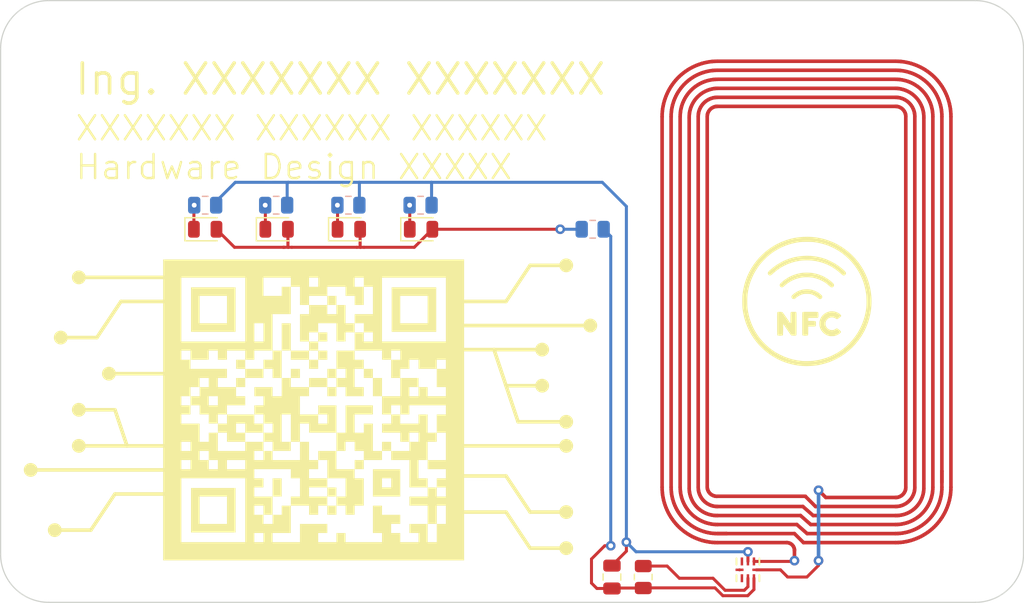
<source format=kicad_pcb>
(kicad_pcb (version 20241229) (generator "pcbnew") (generator_version "9.0")
  (layers (0 "F.Cu" signal) (2 "B.Cu" signal) (13 "F.Paste" user) (15 "B.Paste" user) (5 "F.SilkS" user "F.Silkscreen") (7 "B.SilkS" user "B.Silkscreen") (1 "F.Mask" user) (3 "B.Mask" user) (25 "Edge.Cuts" user))
  (net 0 "")
  (net 1 "Net-(U2-VOUT)")
  (net 2 "GND")
  (net 3 "Net-(D1-K)")
  (net 4 "Net-(D1-A)")
  (net 5 "Net-(D2-K)")
  (net 6 "Net-(D3-K)")
  (net 7 "Net-(D4-K)")
  (net 9 "unconnected-(U2-FD-Pad4)")
  (net 11 "Net-(U2-LB)")
  (net 12 "Net-(U2-VCC)")
  (footprint "Symbol:LOGO-NFC" (layer "F.Cu") (at 205 69)
    (property "Reference" "G***" (hide yes))
    (property "Value" "LOGO" (hide yes))
  )
  (footprint "LED_SMD:LED_0805_2012Metric" (layer "F.Cu") (at 155 63)
    (property "Reference" "D1" (hide yes))
    (property "Value" "LED" (hide yes))
  )
  (footprint "LED_SMD:LED_0805_2012Metric" (layer "F.Cu") (at 166.9375 63)
    (property "Reference" "D3" (hide yes))
    (property "Value" "LED" (hide yes))
  )
  (footprint "LED_SMD:LED_0805_2012Metric" (layer "F.Cu") (at 172.9375 63)
    (property "Reference" "D4" (hide yes))
    (property "Value" "LED" (hide yes))
  )
  (footprint "Capacitor_SMD:C_0805_2012Metric" (layer "F.Cu") (at 188.8 91.9 90)
    (property "Reference" "C1" (hide yes))
    (property "Value" "220nf" (hide yes))
  )
  (footprint "Symbol:QR2-ELINGETAYU" (layer "F.Cu") (at 164 78)
    (property "Reference" "G***" (hide yes))
    (property "Value" "LOGO" (hide yes))
  )
  (footprint "LED_SMD:LED_0805_2012Metric" (layer "F.Cu") (at 160.9375 63)
    (property "Reference" "D2" (hide yes))
    (property "Value" "LED" (hide yes))
  )
  (footprint "Resistor_SMD:R_0805_2012Metric" (layer "F.Cu") (at 191.4 91.9 -90)
    (property "Reference" "R1" (hide yes))
    (property "Value" "0E" (hide yes))
  )
  (footprint "NT3H1101W0FHKH:XQFN8_NT3H1101_NXP-L" (layer "F.Cu") (at 200.1 91.3 -90)
    (property "Reference" "U2" (hide yes))
    (property "Value" "NT3H1101W0FHKH" (hide yes))
  )
  (footprint "Resistor_SMD:R_0805_2012Metric" (layer "B.Cu") (at 160.9 61)
    (property "Reference" "R4" (hide yes))
    (property "Value" "220E" (hide yes))
  )
  (footprint "Resistor_SMD:R_0805_2012Metric" (layer "B.Cu") (at 166.9 61)
    (property "Reference" "R5" (hide yes))
    (property "Value" "220E" (hide yes))
  )
  (footprint "Resistor_SMD:R_0805_2012Metric" (layer "B.Cu") (at 155 61)
    (property "Reference" "R3" (hide yes))
    (property "Value" "220E" (hide yes))
  )
  (footprint "Resistor_SMD:R_0805_2012Metric" (layer "B.Cu") (at 187.2 63 180)
    (property "Reference" "R2" (hide yes))
    (property "Value" "0E" (hide yes))
  )
  (footprint "Resistor_SMD:R_0805_2012Metric" (layer "B.Cu") (at 172.9 61)
    (property "Reference" "R6" (hide yes))
    (property "Value" "220E" (hide yes))
  )
  (gr_circle (center 183 76) (end 183.5 76) (stroke (width 0.15)) (fill yes) (layer "F.SilkS"))
  (gr_line (start 179 73) (end 180 76) (stroke (width 0.3)) (layer "F.SilkS"))
  (gr_line (start 151.5 85) (end 147.5 85) (stroke (width 0.3)) (layer "F.SilkS"))
  (gr_circle (center 187 71) (end 187.5 71) (stroke (width 0.15)) (fill yes) (layer "F.SilkS"))
  (gr_line (start 176 83.5) (end 180 83.5) (stroke (width 0.3)) (layer "F.SilkS"))
  (gr_line (start 180 83.5) (end 182 86.5) (stroke (width 0.3)) (layer "F.SilkS"))
  (gr_line (start 182 66) (end 185 66) (stroke (width 0.3)) (layer "F.SilkS"))
  (gr_circle (center 144.5 81) (end 144 81) (stroke (width 0.15)) (fill yes) (layer "F.SilkS"))
  (gr_line (start 146 72) (end 143 72) (stroke (width 0.3)) (layer "F.SilkS"))
  (gr_circle (center 147 75) (end 146.5 75) (stroke (width 0.15)) (fill yes) (layer "F.SilkS"))
  (gr_circle (center 140.5 83) (end 140 83) (stroke (width 0.15)) (fill yes) (layer "F.SilkS"))
  (gr_line (start 181 79) (end 185 79) (stroke (width 0.3)) (layer "F.SilkS"))
  (gr_circle (center 144.5 67) (end 144 67) (stroke (width 0.15)) (fill yes) (layer "F.SilkS"))
  (gr_line (start 148.5 81) (end 144.5 81) (stroke (width 0.3)) (layer "F.SilkS"))
  (gr_circle (center 185 86.5) (end 185.5 86.5) (stroke (width 0.15)) (fill yes) (layer "F.SilkS"))
  (gr_line (start 180 86.5) (end 182 89.5) (stroke (width 0.3)) (layer "F.SilkS"))
  (gr_line (start 148.5 81) (end 147.5 78) (stroke (width 0.3)) (layer "F.SilkS"))
  (gr_line (start 145.5 88) (end 142.5 88) (stroke (width 0.3)) (layer "F.SilkS"))
  (gr_line (start 152 75) (end 147 75) (stroke (width 0.3)) (layer "F.SilkS"))
  (gr_circle (center 144.5 78) (end 144 78) (stroke (width 0.15)) (fill yes) (layer "F.SilkS"))
  (gr_line (start 176 81) (end 185 81) (stroke (width 0.3)) (layer "F.SilkS"))
  (gr_line (start 147.5 85) (end 145.5 88) (stroke (width 0.3)) (layer "F.SilkS"))
  (gr_circle (center 185 66) (end 185.5 66) (stroke (width 0.15)) (fill yes) (layer "F.SilkS"))
  (gr_line (start 152 69) (end 148 69) (stroke (width 0.3)) (layer "F.SilkS"))
  (gr_line (start 182 86.5) (end 185 86.5) (stroke (width 0.3)) (layer "F.SilkS"))
  (gr_circle (center 185 79) (end 185.5 79) (stroke (width 0.15)) (fill yes) (layer "F.SilkS"))
  (gr_line (start 180 76) (end 183 76) (stroke (width 0.3)) (layer "F.SilkS"))
  (gr_circle (center 185 81) (end 185.5 81) (stroke (width 0.15)) (fill yes) (layer "F.SilkS"))
  (gr_line (start 179 73) (end 183 73) (stroke (width 0.3)) (layer "F.SilkS"))
  (gr_line (start 176 71) (end 187 71) (stroke (width 0.3)) (layer "F.SilkS"))
  (gr_line (start 176 73) (end 179 73) (stroke (width 0.3)) (layer "F.SilkS"))
  (gr_circle (center 183 73) (end 183.5 73) (stroke (width 0.15)) (fill yes) (layer "F.SilkS"))
  (gr_line (start 147.5 78) (end 144.5 78) (stroke (width 0.3)) (layer "F.SilkS"))
  (gr_line (start 151.5 81) (end 148.5 81) (stroke (width 0.3)) (layer "F.SilkS"))
  (gr_line (start 180 76) (end 181 79) (stroke (width 0.3)) (layer "F.SilkS"))
  (gr_line (start 176 69) (end 180 69) (stroke (width 0.3)) (layer "F.SilkS"))
  (gr_line (start 148 69) (end 146 72) (stroke (width 0.3)) (layer "F.SilkS"))
  (gr_circle (center 142.5 88) (end 142 88) (stroke (width 0.15)) (fill yes) (layer "F.SilkS"))
  (gr_line (start 151.5 67) (end 144.5 67) (stroke (width 0.3)) (layer "F.SilkS"))
  (gr_line (start 151.5 83) (end 140.5 83) (stroke (width 0.3)) (layer "F.SilkS"))
  (gr_line (start 182 89.5) (end 185 89.5) (stroke (width 0.3)) (layer "F.SilkS"))
  (gr_line (start 180 69) (end 182 66) (stroke (width 0.3)) (layer "F.SilkS"))
  (gr_circle (center 185 89.5) (end 185.5 89.5) (stroke (width 0.15)) (fill yes) (layer "F.SilkS"))
  (gr_circle (center 143 72) (end 142.5 72) (stroke (width 0.15)) (fill yes) (layer "F.SilkS"))
  (gr_line (start 176 86.5) (end 180 86.5) (stroke (width 0.3)) (layer "F.SilkS"))
  (gr_arc (start 223 90) (mid 221.828427 92.828427) (end 219 94) (stroke (width 0.1)) (layer "Edge.Cuts"))
  (gr_arc (start 219 44) (mid 221.828427 45.171573) (end 223 48) (stroke (width 0.1)) (layer "Edge.Cuts"))
  (gr_line (start 138 90) (end 138 48) (stroke (width 0.1)) (layer "Edge.Cuts"))
  (gr_line (start 142 44) (end 219 44) (stroke (width 0.1)) (layer "Edge.Cuts"))
  (gr_line (start 223 48) (end 223 90) (stroke (width 0.1)) (layer "Edge.Cuts"))
  (gr_arc (start 138 48) (mid 139.171573 45.171573) (end 142 44) (stroke (width 0.1)) (layer "Edge.Cuts"))
  (gr_arc (start 142 94) (mid 139.171573 92.828427) (end 138 90) (stroke (width 0.1)) (layer "Edge.Cuts"))
  (gr_line (start 219 94) (end 142 94) (stroke (width 0.1)) (layer "Edge.Cuts"))
  (gr_text "Ing. XXXXXXX XXXXXXX" (at 144 52 0) (layer "F.SilkS") (effects (font (size 2.5 2.5) (thickness 0.3)) (justify left bottom)))
  (gr_text "XXXXXXX XXXXXX XXXXXX\nHardware Design XXXXX" (at 144.1 59 0) (layer "F.SilkS") (effects (font (size 2 2) (thickness 0.2)) (justify left bottom)))
  (segment (start 191.4 92.8125) (end 188.8375 92.8125) (width 0.25) (layer "F.Cu") (net 1))
  (segment (start 191.4125 92.8) (end 191.4 92.8125) (width 0.25) (layer "F.Cu") (net 1))
  (segment (start 188.8 92.85) (end 187.55 92.85) (width 0.25) (layer "F.Cu") (net 1))
  (segment (start 187.55 92.85) (end 187.1 92.4) (width 0.25) (layer "F.Cu") (net 1))
  (segment (start 200.600126 92.93627) (end 200.086396 93.45) (width 0.25) (layer "F.Cu") (net 1))
  (segment (start 188.8375 92.8125) (end 188.8 92.85) (width 0.25) (layer "F.Cu") (net 1))
  (segment (start 200.086396 93.45) (end 198.013604 93.45) (width 0.25) (layer "F.Cu") (net 1))
  (segment (start 198.013604 93.45) (end 197.363604 92.8) (width 0.25) (layer "F.Cu") (net 1))
  (segment (start 187.1 90.4) (end 188.2 89.3) (width 0.25) (layer "F.Cu") (net 1))
  (segment (start 188.2 89.3) (end 188.7 89.3) (width 0.25) (layer "F.Cu") (net 1))
  (segment (start 200.600126 91.9985) (end 200.600126 92.93627) (width 0.25) (layer "F.Cu") (net 1))
  (segment (start 197.363604 92.8) (end 191.4125 92.8) (width 0.25) (layer "F.Cu") (net 1))
  (segment (start 187.1 92.4) (end 187.1 90.4) (width 0.25) (layer "F.Cu") (net 1))
  (via (at 188.7 89.3) (size 0.8) (drill 0.4) (layers "F.Cu" "B.Cu") (net 1))
  (segment (start 188.1125 63) (end 188.7 63.5875) (width 0.25) (layer "B.Cu") (net 1))
  (segment (start 188.7 63.5875) (end 188.7 89.3) (width 0.25) (layer "B.Cu") (net 1))
  (segment (start 200.1 90.6015) (end 200.1 89.8) (width 0.25) (layer "F.Cu") (net 2))
  (segment (start 190 89.75) (end 190 89) (width 0.25) (layer "F.Cu") (net 2))
  (segment (start 188.8 90.95) (end 190 89.75) (width 0.25) (layer "F.Cu") (net 2))
  (via (at 190 89) (size 0.8) (drill 0.4) (layers "F.Cu" "B.Cu") (net 2))
  (via (at 200.1 89.8) (size 0.8) (drill 0.4) (layers "F.Cu" "B.Cu") (net 2))
  (segment (start 161.8125 59.1875) (end 161.9 59.1) (width 0.25) (layer "B.Cu") (net 2))
  (segment (start 167.8125 61) (end 167.8125 59.1125) (width 0.25) (layer "B.Cu") (net 2))
  (segment (start 155.9125 61) (end 155.9125 60.6875) (width 0.25) (layer "B.Cu") (net 2))
  (segment (start 173.8125 59.1125) (end 173.8 59.1) (width 0.25) (layer "B.Cu") (net 2))
  (segment (start 173.8125 61) (end 173.8125 59.1125) (width 0.25) (layer "B.Cu") (net 2))
  (segment (start 161.8125 61) (end 161.8125 59.1875) (width 0.25) (layer "B.Cu") (net 2))
  (segment (start 167.8 59.1) (end 173.8 59.1) (width 0.25) (layer "B.Cu") (net 2))
  (segment (start 190 89) (end 190 61.1) (width 0.25) (layer "B.Cu") (net 2))
  (segment (start 155.9125 60.6875) (end 157.5 59.1) (width 0.25) (layer "B.Cu") (net 2))
  (segment (start 190.8 89.8) (end 190 89) (width 0.25) (layer "B.Cu") (net 2))
  (segment (start 190 61.1) (end 188 59.1) (width 0.25) (layer "B.Cu") (net 2))
  (segment (start 200.1 89.8) (end 190.8 89.8) (width 0.25) (layer "B.Cu") (net 2))
  (segment (start 157.5 59.1) (end 161.9 59.1) (width 0.25) (layer "B.Cu") (net 2))
  (segment (start 188 59.1) (end 173.8 59.1) (width 0.25) (layer "B.Cu") (net 2))
  (segment (start 167.8125 59.1125) (end 167.8 59.1) (width 0.25) (layer "B.Cu") (net 2))
  (segment (start 161.9 59.1) (end 167.8 59.1) (width 0.25) (layer "B.Cu") (net 2))
  (segment (start 154.0625 61.025) (end 154.0875 61) (width 0.25) (layer "F.Cu") (net 3))
  (segment (start 154.0625 63) (end 154.0625 61.025) (width 0.25) (layer "F.Cu") (net 3))
  (via (at 154.0875 61) (size 0.8) (drill 0.4) (layers "F.Cu" "B.Cu") (net 3))
  (segment (start 161.6 64.5) (end 161.5 64.5) (width 0.25) (layer "F.Cu") (net 4))
  (segment (start 167.875 64.2) (end 167.875 64.475) (width 0.25) (layer "F.Cu") (net 4))
  (segment (start 161.875 64.2) (end 161.875 64.475) (width 0.25) (layer "F.Cu") (net 4))
  (segment (start 167.9 64.5) (end 168.2 64.5) (width 0.25) (layer "F.Cu") (net 4))
  (segment (start 157.4375 64.5) (end 161.5 64.5) (width 0.25) (layer "F.Cu") (net 4))
  (segment (start 161.875 64.475) (end 161.9 64.5) (width 0.25) (layer "F.Cu") (net 4))
  (segment (start 162.2 64.5) (end 167.6 64.5) (width 0.25) (layer "F.Cu") (net 4))
  (segment (start 161.875 63) (end 161.875 64.2) (width 0.25) (layer "F.Cu") (net 4))
  (segment (start 167.6 64.5) (end 167.9 64.5) (width 0.25) (layer "F.Cu") (net 4))
  (segment (start 161.5 64.5) (end 161.9 64.5) (width 0.25) (layer "F.Cu") (net 4))
  (segment (start 172.375 64.5) (end 173.875 63) (width 0.25) (layer "F.Cu") (net 4))
  (segment (start 155.9375 63) (end 157.4375 64.5) (width 0.25) (layer "F.Cu") (net 4))
  (segment (start 167.875 64.475) (end 167.9 64.5) (width 0.25) (layer "F.Cu") (net 4))
  (segment (start 161.9 64.5) (end 162.2 64.5) (width 0.25) (layer "F.Cu") (net 4))
  (segment (start 167.875 63) (end 167.875 64.2) (width 0.25) (layer "F.Cu") (net 4))
  (segment (start 184.5 63) (end 173.875 63) (width 0.25) (layer "F.Cu") (net 4))
  (segment (start 168.2 64.5) (end 172.375 64.5) (width 0.25) (layer "F.Cu") (net 4))
  (via (at 184.5 63) (size 0.8) (drill 0.4) (layers "F.Cu" "B.Cu") (net 4))
  (segment (start 186.2875 63) (end 184.5 63) (width 0.25) (layer "B.Cu") (net 4))
  (segment (start 160 63) (end 160 61.0125) (width 0.25) (layer "F.Cu") (net 5))
  (segment (start 160 61.0125) (end 159.9875 61) (width 0.25) (layer "F.Cu") (net 5))
  (via (at 159.9875 61) (size 0.8) (drill 0.4) (layers "F.Cu" "B.Cu") (net 5))
  (segment (start 166 61.0125) (end 165.9875 61) (width 0.25) (layer "F.Cu") (net 6))
  (segment (start 166 63) (end 166 61.0125) (width 0.25) (layer "F.Cu") (net 6))
  (via (at 165.9875 61) (size 0.8) (drill 0.4) (layers "F.Cu" "B.Cu") (net 6))
  (segment (start 172 63) (end 172 61.0125) (width 0.25) (layer "F.Cu") (net 7))
  (segment (start 172 61.0125) (end 171.9875 61) (width 0.25) (layer "F.Cu") (net 7))
  (via (at 171.9875 61) (size 0.8) (drill 0.4) (layers "F.Cu" "B.Cu") (net 7))
  (segment (start 199.4015 91.3) (end 199.4 91.3) (width 0.25) (layer "F.Cu") (net 9))
  (segment (start 212.93745 85.07101) (end 213.00095 85.00751) (width 0.29972) (layer "F.Cu") (net 11))
  (segment (start 196.72463 84.52237) (end 196.74495 84.60365) (width 0.29972) (layer "F.Cu") (net 11))
  (segment (start 196.41983 51.61159) (end 196.29029 51.69033) (width 0.29972) (layer "F.Cu") (net 11))
  (segment (start 193.01369 85.09387) (end 192.98829 84.87543) (width 0.29972) (layer "F.Cu") (net 11))
  (segment (start 196.84909 84.83225) (end 196.89735 84.89829) (width 0.29972) (layer "F.Cu") (net 11))
  (segment (start 197.31645 86.01843) (end 197.44345 86.03367) (width 0.29972) (layer "F.Cu") (net 11))
  (segment (start 196.72209 53.54961) (end 196.73479 53.46071) (width 0.29972) (layer "F.Cu") (net 11))
  (segment (start 196.03883 86.25211) (end 196.15567 86.34609) (width 0.29972) (layer "F.Cu") (net 11))
  (segment (start 196.97355 51.37791) (end 196.82877 51.42363) (width 0.29972) (layer "F.Cu") (net 11))
  (segment (start 195.69847 50.27047) (end 195.87119 50.18157) (width 0.29972) (layer "F.Cu") (net 11))
  (segment (start 214.50971 52.71395) (end 214.56813 52.85111) (width 0.29972) (layer "F.Cu") (net 11))
  (segment (start 215.02025 50.84705) (end 214.87547 50.71751) (width 0.29972) (layer "F.Cu") (net 11))
  (segment (start 212.88665 50.58289) (end 212.71647 50.56003) (width 0.29972) (layer "F.Cu") (net 11))
  (segment (start 213.58515 52.59965) (end 213.66389 52.69871) (width 0.29972) (layer "F.Cu") (net 11))
  (segment (start 213.33369 49.90979) (end 213.14319 49.86661) (width 0.29972) (layer "F.Cu") (net 11))
  (segment (start 195.97279 53.51405) (end 195.96771 53.63851) (width 0.29972) (layer "F.Cu") (net 11))
  (segment (start 193.22197 85.94223) (end 193.15339 85.73395) (width 0.29972) (layer "F.Cu") (net 11))
  (segment (start 215.90671 52.11959) (end 215.82543 51.94179) (width 0.29972) (layer "F.Cu") (net 11))
  (segment (start 213.45307 88.90895) (end 213.23971 88.95467) (width 0.29972) (layer "F.Cu") (net 11))
  (segment (start 213.51657 51.61159) (end 213.64611 51.69033) (width 0.29972) (layer "F.Cu") (net 11))
  (segment (start 197.07261 52.11705) (end 196.95577 52.16023) (width 0.29972) (layer "F.Cu") (net 11))
  (segment (start 215.46729 84.43855) (end 215.46729 53.63851) (width 0.29972) (layer "F.Cu") (net 11))
  (segment (start 213.87217 88.78449) (end 213.66389 88.85307) (width 0.29972) (layer "F.Cu") (net 11))
  (segment (start 197.56791 86.78805) (end 204.46655 86.78805) (width 0.29972) (layer "F.Cu") (net 11))
  (segment (start 197.23771 85.13959) (end 197.31645 85.16499) (width 0.29972) (layer "F.Cu") (net 11))
  (segment (start 196.69669 88.95467) (end 196.48333 88.90895) (width 0.29972) (layer "F.Cu") (net 11))
  (segment (start 193.47851 51.53031) (end 193.38453 51.72843) (width 0.29972) (layer "F.Cu") (net 11))
  (segment (start 193.05179 85.30977) (end 193.01369 85.09387) (width 0.29972) (layer "F.Cu") (net 11))
  (segment (start 195.56639 52.44471) (end 195.49273 52.57679) (width 0.29972) (layer "F.Cu") (net 11))
  (segment (start 194.48943 53.29053) (end 194.51229 53.12035) (width 0.29972) (layer "F.Cu") (net 11))
  (segment (start 213.66389 85.37835) (end 213.58515 85.47741) (width 0.29972) (layer "F.Cu") (net 11))
  (segment (start 214.70529 53.43785) (end 214.71545 53.58771) (width 0.29972) (layer "F.Cu") (net 11))
  (segment (start 194.77645 50.98675) (end 194.91615 50.84705) (width 0.29972) (layer "F.Cu") (net 11))
  (segment (start 194.39291 87.76849) (end 194.23797 87.61355) (width 0.29972) (layer "F.Cu") (net 11))
  (segment (start 195.97279 84.56301) (end 195.98803 84.69001) (width 0.29972) (layer "F.Cu") (net 11))
  (segment (start 214.45891 85.55107) (end 214.52241 85.41645) (width 0.29972) (layer "F.Cu") (net 11))
  (segment (start 216.94811 84.87543) (end 216.92271 85.09387) (width 0.29972) (layer "F.Cu") (net 11))
  (segment (start 212.86379 52.11705) (end 212.98063 52.16023) (width 0.29972) (layer "F.Cu") (net 11))
  (segment (start 212.36849 52.78761) (end 197.56791 52.78761) (width 0.29972) (layer "F.Cu") (net 11))
  (segment (start 214.85515 49.76755) (end 215.03549 49.89201) (width 0.29972) (layer "F.Cu") (net 11))
  (segment (start 214.56051 51.44649) (end 214.43351 51.32711) (width 0.29972) (layer "F.Cu") (net 11))
  (segment (start 195.65783 88.62193) (end 195.45971 88.52795) (width 0.29972) (layer "F.Cu") (net 11))
  (segment (start 214.21253 85.92953) (end 214.30143 85.81015) (width 0.29972) (layer "F.Cu") (net 11))
  (segment (start 197.56791 85.18785) (end 204.86787 85.18785) (width 0.29972) (layer "F.Cu") (net 11))
  (segment (start 195.73657 52.19833) (end 195.64767 52.32025) (width 0.29972) (layer "F.Cu") (net 11))
  (segment (start 193.09751 52.55393) (end 193.05179 52.76729) (width 0.29972) (layer "F.Cu") (net 11))
  (segment (start 213.21431 84.52745) (end 213.21939 84.43855) (width 0.29972) (layer "F.Cu") (net 11))
  (segment (start 196.04899 50.10029) (end 196.22933 50.02663) (width 0.29972) (layer "F.Cu") (net 11))
  (segment (start 215.34537 52.77999) (end 215.29457 52.61489) (width 0.29972) (layer "F.Cu") (net 11))
  (segment (start 196.22425 50.84705) (end 196.38173 50.77593) (width 0.29972) (layer "F.Cu") (net 11))
  (segment (start 215.42411 84.95671) (end 215.44697 84.78653) (width 0.29972) (layer "F.Cu") (net 11))
  (segment (start 194.40815 86.63819) (end 194.29893 86.47563) (width 0.29972) (layer "F.Cu") (net 11))
  (segment (start 213.17875 53.37435) (end 213.14573 53.29307) (width 0.29972) (layer "F.Cu") (net 11))
  (segment (start 212.61995 86.01843) (end 212.49295 86.03367) (width 0.29972) (layer "F.Cu") (net 11))
  (segment (start 196.54429 86.57469) (end 196.68399 86.63311) (width 0.29972) (layer "F.Cu") (net 11))
  (segment (start 196.27251 49.22399) (end 196.06423 49.29257) (width 0.29972) (layer "F.Cu") (net 11))
  (segment (start 203.62073 89.11215) (end 203.68677 89.15279) (width 0.29972) (layer "F.Cu") (net 11))
  (segment (start 212.93745 53.00605) (end 212.86887 52.95017) (width 0.29972) (layer "F.Cu") (net 11))
  (segment (start 195.08125 49.76755) (end 194.90091 49.89201) (width 0.29972) (layer "F.Cu") (net 11))
  (segment (start 216.83889 85.52313) (end 216.78301 85.73395) (width 0.29972) (layer "F.Cu") (net 11))
  (segment (start 216.11499 50.97151) (end 216.23945 51.15185) (width 0.29972) (layer "F.Cu") (net 11))
  (segment (start 194.94409 86.08701) (end 194.85519 85.93715) (width 0.29972) (layer "F.Cu") (net 11))
  (segment (start 197.34947 89.03341) (end 197.13103 89.01817) (width 0.29972) (layer "F.Cu") (net 11))
  (segment (start 214.01695 51.01469) (end 213.86709 50.92579) (width 0.29972) (layer "F.Cu") (net 11))
  (segment (start 205 91.9) (end 203.4 91.9) (width 0.25) (layer "F.Cu") (net 11))
  (segment (start 213.88995 53.14321) (end 213.92551 53.26513) (width 0.29972) (layer "F.Cu") (net 11))
  (segment (start 195.21079 50.59305) (end 195.36827 50.47875) (width 0.29972) (layer "F.Cu") (net 11))
  (segment (start 195.26921 84.98719) (end 195.30731 85.13197) (width 0.29972) (layer "F.Cu") (net 11))
  (segment (start 212.86887 85.12689) (end 212.93745 85.07101) (width 0.29972) (layer "F.Cu") (net 11))
  (segment (start 213.30829 85.73395) (end 213.20415 85.80253) (width 0.29972) (layer "F.Cu") (net 11))
  (segment (start 197.31645 52.05863) (end 197.19453 52.08149) (width 0.29972) (layer "F.Cu") (net 11))
  (segment (start 214.40557 87.70753) (end 214.23793 87.80659) (width 0.29972) (layer "F.Cu") (net 11))
  (segment (start 197.41805 51.29663) (end 197.26819 51.31441) (width 0.29972) (layer "F.Cu") (net 11))
  (segment (start 213.33369 88.16727) (end 213.14319 88.21045) (width 0.29972) (layer "F.Cu") (net 11))
  (segment (start 215.98037 52.29993) (end 215.90671 52.11959) (width 0.29972) (layer "F.Cu") (net 11))
  (segment (start 194.85519 52.13991) (end 194.94409 51.99005) (width 0.29972) (layer "F.Cu") (net 11))
  (segment (start 212.80537 89.01817) (end 212.58693 89.03341) (width 0.29972) (layer "F.Cu") (net 11))
  (segment (start 215.69843 87.61355) (end 215.54349 87.76849) (width 0.29972) (layer "F.Cu") (net 11))
  (segment (start 214.06521 50.18157) (end 213.88741 50.10029) (width 0.29972) (layer "F.Cu") (net 11))
  (segment (start 194.19987 86.30799) (end 194.11097 86.13527) (width 0.29972) (layer "F.Cu") (net 11))
  (segment (start 195.14475 86.37149) (end 195.04061 86.23179) (width 0.29972) (layer "F.Cu") (net 11))
  (segment (start 203.4 91.9) (end 202.8 91.3) (width 0.25) (layer "F.Cu") (net 11))
  (segment (start 197.56791 87.53735) (end 197.39519 87.53227) (width 0.29972) (layer "F.Cu") (net 11))
  (segment (start 213.24733 51.47697) (end 213.38449 51.54047) (width 0.29972) (layer "F.Cu") (net 11))
  (segment (start 213.71215 50.84705) (end 213.55467 50.77593) (width 0.29972) (layer "F.Cu") (net 11))
  (segment (start 197.39011 52.80539) (end 197.47901 52.79269) (width 0.29972) (layer "F.Cu") (net 11))
  (segment (start 214.56813 52.85111) (end 214.61639 52.99589) (width 0.29972) (layer "F.Cu") (net 11))
  (segment (start 197.08785 85.06593) (end 197.15897 85.10657) (width 0.29972) (layer "F.Cu") (net 11))
  (segment (start 214.52241 85.41645) (end 214.57829 85.27675) (width 0.29972) (layer "F.Cu") (net 11))
  (segment (start 215.54349 50.30857) (end 215.69843 50.46351) (width 0.29972) (layer "F.Cu") (net 11))
  (segment (start 216.19881 84.82717) (end 216.17595 85.02275) (width 0.29972) (layer "F.Cu") (net 11))
  (segment (start 197.56791 52.03831) (end 197.44345 52.04339) (width 0.29972) (layer "F.Cu") (net 11))
  (segment (start 215.15995 87.09031) (end 215.02025 87.23001) (width 0.29972) (layer "F.Cu") (net 11))
  (segment (start 192.97305 84.65699) (end 192.96797 84.43855) (width 0.29972) (layer "F.Cu") (net 11))
  (segment (start 196.73225 85.80253) (end 196.84147 85.86349) (width 0.29972) (layer "F.Cu") (net 11))
  (segment (start 214.85515 88.30951) (end 214.66719 88.42127) (width 0.29972) (layer "F.Cu") (net 11))
  (segment (start 215.46729 53.63851) (end 215.46221 53.46579) (width 0.29972) (layer "F.Cu") (net 11))
  (segment (start 193.29817 86.14797) (end 193.22197 85.94223) (width 0.29972) (layer "F.Cu") (net 11))
  (segment (start 216.88461 85.30977) (end 216.83889 85.52313) (width 0.29972) (layer "F.Cu") (net 11))
  (segment (start 196.22425 87.23001) (end 196.06931 87.15127) (width 0.29972) (layer "F.Cu") (net 11))
  (segment (start 212.75711 49.80819) (end 212.56407 49.79295) (width 0.29972) (layer "F.Cu") (net 11))
  (segment (start 215.73653 51.76907) (end 215.63747 51.60143) (width 0.29972) (layer "F.Cu") (net 11))
  (segment (start 197.39519 87.53227) (end 197.21993 87.51703) (width 0.29972) (layer "F.Cu") (net 11))
  (segment (start 215.38855 85.12689) (end 215.42411 84.95671) (width 0.29972) (layer "F.Cu") (net 11))
  (segment (start 212.54629 85.27167) (end 212.63265 85.24881) (width 0.29972) (layer "F.Cu") (net 11))
  (segment (start 197.39519 50.54479) (end 197.56791 50.53971) (width 0.29972) (layer "F.Cu") (net 11))
  (segment (start 194.77645 85.78221) (end 194.70533 85.62473) (width 0.29972) (layer "F.Cu") (net 11))
  (segment (start 213.64611 51.69033) (end 213.76803 51.77669) (width 0.29972) (layer "F.Cu") (net 11))
  (segment (start 213.73247 52.80285) (end 213.79343 52.91207) (width 0.29972) (layer "F.Cu") (net 11))
  (segment (start 193.69695 86.92521) (end 193.58519 86.73979) (width 0.29972) (layer "F.Cu") (net 11))
  (segment (start 196.16837 51.77669) (end 196.05153 51.87321) (width 0.29972) (layer "F.Cu") (net 11))
  (segment (start 194.85519 85.93715) (end 194.77645 85.78221) (width 0.29972) (layer "F.Cu") (net 11))
  (segment (start 194.11097 51.94179) (end 194.19987 51.76907) (width 0.29972) (layer "F.Cu") (net 11))
  (segment (start 197.21993 50.56003) (end 197.39519 50.54479) (width 0.29972) (layer "F.Cu") (net 11))
  (segment (start 204.16683 87.53735) (end 197.56791 87.53735) (width 0.29972) (layer "F.Cu") (net 11))
  (segment (start 197.19453 85.99557) (end 197.31645 86.01843) (width 0.29972) (layer "F.Cu") (net 11))
  (segment (start 215.84575 50.62607) (end 215.98545 50.79625) (width 0.29972) (layer "F.Cu") (net 11))
  (segment (start 212.96285 51.37791) (end 213.10763 51.42363) (width 0.29972) (layer "F.Cu") (net 11))
  (segment (start 195.63243 85.81015) (end 195.72133 85.92953) (width 0.29972) (layer "F.Cu") (net 11))
  (segment (start 216.45789 51.53031) (end 216.55187 51.72843) (width 0.29972) (layer "F.Cu") (net 11))
  (segment (start 213.94837 53.38705) (end 213.96361 53.51405) (width 0.29972) (layer "F.Cu") (net 11))
  (segment (start 214.67989 51.57349) (end 214.56051 51.44649) (width 0.29972) (layer "F.Cu") (net 11))
  (segment (start 213.21939 53.63851) (end 213.21431 53.54961) (width 0.29972) (layer "F.Cu") (net 11))
  (segment (start 197.07261 85.96001) (end 197.19453 85.99557) (width 0.29972) (layer "F.Cu") (net 11))
  (segment (start 213.39211 87.36463) (end 213.55467 87.30113) (width 0.29972) (layer "F.Cu") (net 11))
  (segment (start 215.44697 53.29053) (end 215.42411 53.12035) (width 0.29972) (layer "F.Cu") (net 11))
  (segment (start 216.94811 53.20163) (end 216.96335 53.42007) (width 0.29972) (layer "F.Cu") (net 11))
  (segment (start 193.29817 51.92909) (end 193.22197 52.13483) (width 0.29972) (layer "F.Cu") (net 11))
  (segment (start 212.71393 52.86127) (end 212.63265 52.82825) (width 0.29972) (layer "F.Cu") (net 11))
  (segment (start 204.71801 89.03849) (end 212.36849 89.03849) (width 0.29972) (layer "F.Cu") (net 11))
  (segment (start 213.49879 85.56885) (end 213.40735 85.65521) (width 0.29972) (layer "F.Cu") (net 11))
  (segment (start 196.99895 53.00605) (end 197.06753 52.95017) (width 0.29972) (layer "F.Cu") (net 11))
  (segment (start 195.50289 51.32711) (end 195.63497 51.21535) (width 0.29972) (layer "F.Cu") (net 11))
  (segment (start 213.52165 88.11139) (end 213.33369 88.16727) (width 0.29972) (layer "F.Cu") (net 11))
  (segment (start 213.20415 85.80253) (end 213.09493 85.86349) (width 0.29972) (layer "F.Cu") (net 11))
  (segment (start 212.63265 85.24881) (end 212.71393 85.21579) (width 0.29972) (layer "F.Cu") (net 11))
  (segment (start 215.82543 51.94179) (end 215.73653 51.76907) (width 0.29972) (layer "F.Cu") (net 11))
  (segment (start 193.79601 52.86381) (end 193.83919 52.67331) (width 0.29972) (layer "F.Cu") (net 11))
  (segment (start 203.96617 88.28919) (end 198.31721 88.28919) (width 0.29972) (layer "F.Cu") (net 11))
  (segment (start 213.45307 49.16811) (end 213.66389 49.22399) (width 0.29972) (layer "F.Cu") (net 11))
  (segment (start 216.23945 86.92521) (end 216.11499 87.10555) (width 0.29972) (layer "F.Cu") (net 11))
  (segment (start 213.02381 49.08429) (end 213.23971 49.12239) (width 0.29972) (layer "F.Cu") (net 11))
  (segment (start 197.30375 52.82825) (end 197.39011 52.80539) (width 0.29972) (layer "F.Cu") (net 11))
  (segment (start 196.73225 52.27453) (end 196.62811 52.34311) (width 0.29972) (layer "F.Cu") (net 11))
  (segment (start 212.36849 88.28919) (end 205.01773 88.28919) (width 0.29972) (layer "F.Cu") (net 11))
  (segment (start 194.77645 87.09031) (end 194.64691 86.94553) (width 0.29972) (layer "F.Cu") (net 11))
  (segment (start 197.13103 49.05889) (end 196.91259 49.08429) (width 0.29972) (layer "F.Cu") (net 11))
  (segment (start 196.38173 87.30113) (end 196.22425 87.23001) (width 0.29972) (layer "F.Cu") (net 11))
  (segment (start 193.15339 52.34311) (end 193.09751 52.55393) (width 0.29972) (layer "F.Cu") (net 11))
  (segment (start 194.70533 52.45233) (end 194.77645 52.29485) (width 0.29972) (layer "F.Cu") (net 11))
  (segment (start 212.36849 86.78805) (end 205.51811 86.78805) (width 0.29972) (layer "F.Cu") (net 11))
  (segment (start 216.09721 52.67331) (end 216.04133 52.48535) (width 0.29972) (layer "F.Cu") (net 11))
  (segment (start 196.27251 85.37835) (end 196.35125 85.47741) (width 0.29972) (layer "F.Cu") (net 11))
  (segment (start 213.20161 53.46071) (end 213.17875 53.37435) (width 0.29972) (layer "F.Cu") (net 11))
  (segment (start 215.29457 85.46217) (end 215.34537 85.29707) (width 0.29972) (layer "F.Cu") (net 11))
  (segment (start 213.88487 51.87321) (end 213.99663 51.97481) (width 0.29972) (layer "F.Cu") (net 11))
  (segment (start 203.47341 89.05627) (end 203.54961 89.08167) (width 0.29972) (layer "F.Cu") (net 11))
  (segment (start 195.87119 50.18157) (end 196.04899 50.10029) (width 0.29972) (layer "F.Cu") (net 11))
  (segment (start 212.51835 86.78805) (end 212.66821 86.77789) (width 0.29972) (layer "F.Cu") (net 11))
  (segment (start 195.04061 86.23179) (end 194.94409 86.08701) (width 0.29972) (layer "F.Cu") (net 11))
  (segment (start 195.35557 85.27675) (end 195.41145 85.41645) (width 0.29972) (layer "F.Cu") (net 11))
  (segment (start 214.56813 87.59831) (end 214.40557 87.70753) (width 0.29972) (layer "F.Cu") (net 11))
  (segment (start 196.08963 53.02637) (end 196.04645 53.14321) (width 0.29972) (layer "F.Cu") (net 11))
  (segment (start 216.71443 52.13483) (end 216.78301 52.34311) (width 0.29972) (layer "F.Cu") (net 11))
  (segment (start 197.56791 89.03849) (end 203.31847 89.03849) (width 0.29972) (layer "F.Cu") (net 11))
  (segment (start 196.70939 87.41543) (end 196.54429 87.36463) (width 0.29972) (layer "F.Cu") (net 11))
  (segment (start 193.71727 84.43855) (end 193.71727 53.63851) (width 0.29972) (layer "F.Cu") (net 11))
  (segment (start 196.15567 86.34609) (end 196.28013 86.42991) (width 0.29972) (layer "F.Cu") (net 11))
  (segment (start 212.54121 87.53227) (end 212.71647 87.51703) (width 0.29972) (layer "F.Cu") (net 11))
  (segment (start 215.08121 52.13991) (end 214.99231 51.99005) (width 0.29972) (layer "F.Cu") (net 11))
  (segment (start 212.96285 86.72455) (end 213.11017 86.68391) (width 0.29972) (layer "F.Cu") (net 11))
  (segment (start 193.72235 84.63413) (end 193.71727 84.43855) (width 0.29972) (layer "F.Cu") (net 11))
  (segment (start 213.14573 84.78399) (end 213.17875 84.70271) (width 0.29972) (layer "F.Cu") (net 11))
  (segment (start 194.52245 86.79567) (end 194.40815 86.63819) (width 0.29972) (layer "F.Cu") (net 11))
  (segment (start 195.06093 50.71751) (end 195.21079 50.59305) (width 0.29972) (layer "F.Cu") (net 11))
  (segment (start 193.73759 53.24989) (end 193.76045 53.05431) (width 0.29972) (layer "F.Cu") (net 11))
  (segment (start 215.82543 86.13527) (end 215.73653 86.30799) (width 0.29972) (layer "F.Cu") (net 11))
  (segment (start 195.36827 87.59831) (end 195.21079 87.48401) (width 0.29972) (layer "F.Cu") (net 11))
  (segment (start 196.20393 52.80285) (end 196.14297 52.91207) (width 0.29972) (layer "F.Cu") (net 11))
  (segment (start 215.03549 88.18505) (end 214.85515 88.30951) (width 0.29972) (layer "F.Cu") (net 11))
  (segment (start 197.56791 89.03849) (end 197.34947 89.03341) (width 0.29972) (layer "F.Cu") (net 11))
  (segment (start 204.71801 89.03849) (end 203.96617 88.28919) (width 0.29972) (layer "F.Cu") (net 11))
  (segment (start 212.95269 88.24601) (end 212.75711 88.26887) (width 0.29972) (layer "F.Cu") (net 11))
  (segment (start 196.35125 52.59965) (end 196.27251 52.69871) (width 0.29972) (layer "F.Cu") (net 11))
  (segment (start 194.09065 87.45099) (end 193.95095 87.28081) (width 0.29972) (layer "F.Cu") (net 11))
  (segment (start 193.73759 84.82717) (end 193.72235 84.63413) (width 0.29972) (layer "F.Cu") (net 11))
  (segment (start 194.48943 84.78653) (end 194.47419 84.61127) (width 0.29972) (layer "F.Cu") (net 11))
  (segment (start 216.17595 53.05431) (end 216.14039 52.86381) (width 0.29972) (layer "F.Cu") (net 11))
  (segment (start 214.07791 49.36877) (end 214.27857 49.45513) (width 0.29972) (layer "F.Cu") (net 11))
  (segment (start 194.19987 51.76907) (end 194.29893 51.60143) (width 0.29972) (layer "F.Cu") (net 11))
  (segment (start 194.51229 84.95671) (end 194.48943 84.78653) (width 0.29972) (layer "F.Cu") (net 11))
  (segment (start 214.40557 50.36953) (end 214.23793 50.27047) (width 0.29972) (layer "F.Cu") (net 11))
  (segment (start 194.64183 85.46217) (end 194.59103 85.29707) (width 0.29972) (layer "F.Cu") (net 11))
  (segment (start 194.72565 88.05551) (end 194.55547 87.91581) (width 0.29972) (layer "F.Cu") (net 11))
  (segment (start 216.96335 53.42007) (end 216.96843 53.63851) (width 0.29972) (layer "F.Cu") (net 11))
  (segment (start 213.52419 86.50611) (end 213.65373 86.42991) (width 0.29972) (layer "F.Cu") (net 11))
  (segment (start 214.00933 86.15051) (end 214.11347 86.04383) (width 0.29972) (layer "F.Cu") (net 11))
  (segment (start 196.14297 85.16499) (end 196.20393 85.27421) (width 0.29972) (layer "F.Cu") (net 11))
  (segment (start 214.61639 52.99589) (end 214.65449 53.14067) (width 0.29972) (layer "F.Cu") (net 11))
  (segment (start 204.66721 86.03875) (end 197.56791 86.03875) (width 0.29972) (layer "F.Cu") (net 11))
  (segment (start 216.55187 51.72843) (end 216.63823 51.92909) (width 0.29972) (layer "F.Cu") (net 11))
  (segment (start 196.55191 51.54047) (end 196.41983 51.61159) (width 0.29972) (layer "F.Cu") (net 11))
  (segment (start 215.02025 87.23001) (end 214.87547 87.35955) (width 0.29972) (layer "F.Cu") (net 11))
  (segment (start 213.96361 84.56301) (end 213.94837 84.69001) (width 0.29972) (layer "F.Cu") (net 11))
  (segment (start 193.58519 86.73979) (end 193.47851 86.54675) (width 0.29972) (layer "F.Cu") (net 11))
  (segment (start 196.62811 52.34311) (end 196.52905 52.42185) (width 0.29972) (layer "F.Cu") (net 11))
  (segment (start 214.23793 87.80659) (end 214.06521 87.89549) (width 0.29972) (layer "F.Cu") (net 11))
  (segment (start 203.85441 89.32043) (end 203.89505 89.38647) (width 0.29972) (layer "F.Cu") (net 11))
  (segment (start 214.65449 53.14067) (end 214.68497 53.28799) (width 0.29972) (layer "F.Cu") (net 11))
  (segment (start 197.11833 86.75503) (end 197.26565 86.77789) (width 0.29972) (layer "F.Cu") (net 11))
  (segment (start 197.48409 85.19039) (end 197.56791 85.18785) (width 0.29972) (layer "F.Cu") (net 11))
  (segment (start 193.79601 85.21325) (end 193.76045 85.02275) (width 0.29972) (layer "F.Cu") (net 11))
  (segment (start 212.63265 52.82825) (end 212.54629 52.80539) (width 0.29972) (layer "F.Cu") (net 11))
  (segment (start 216.17595 85.02275) (end 216.14039 85.21325) (width 0.29972) (layer "F.Cu") (net 11))
  (segment (start 196.29029 51.69033) (end 196.16837 51.77669) (width 0.29972) (layer "F.Cu") (net 11))
  (segment (start 194.55547 50.16125) (end 194.39291 50.30857) (width 0.29972) (layer "F.Cu") (net 11))
  (segment (start 212.71647 50.56003) (end 212.54121 50.54479) (width 0.29972) (layer "F.Cu") (net 11))
  (segment (start 197.56791 88.28919) (end 197.37233 88.28411) (width 0.29972) (layer "F.Cu") (net 11))
  (segment (start 195.63497 51.21535) (end 195.77467 51.11121) (width 0.29972) (layer "F.Cu") (net 11))
  (segment (start 196.27251 52.69871) (end 196.20393 52.80285) (width 0.29972) (layer "F.Cu") (net 11))
  (segment (start 196.79321 88.21045) (end 196.60271 88.16727) (width 0.29972) (layer "F.Cu") (net 11))
  (segment (start 195.63497 86.86171) (end 195.50289 86.74995) (width 0.29972) (layer "F.Cu") (net 11))
  (segment (start 212.36849 49.78787) (end 197.56791 49.78787) (width 0.29972) (layer "F.Cu") (net 11))
  (segment (start 215.98545 50.79625) (end 216.11499 50.97151) (width 0.29972) (layer "F.Cu") (net 11))
  (segment (start 212.79267 85.17515) (end 212.86887 85.12689) (width 0.29972) (layer "F.Cu") (net 11))
  (segment (start 215.42411 53.12035) (end 215.38855 52.95017) (width 0.29972) (layer "F.Cu") (net 11))
  (segment (start 194.77645 52.29485) (end 194.85519 52.13991) (width 0.29972) (layer "F.Cu") (net 11))
  (segment (start 196.71701 84.43855) (end 196.72463 84.52237) (width 0.29972) (layer "F.Cu") (net 11))
  (segment (start 213.66389 49.22399) (end 213.87217 49.29257) (width 0.29972) (layer "F.Cu") (net 11))
  (segment (start 196.79321 49.86661) (end 196.98371 49.83105) (width 0.29972) (layer "F.Cu") (net 11))
  (segment (start 215.15995 50.98675) (end 215.02025 50.84705) (width 0.29972) (layer "F.Cu") (net 11))
  (segment (start 197.01927 85.01767) (end 197.08785 85.06593) (width 0.29972) (layer "F.Cu") (net 11))
  (segment (start 195.23111 53.43785) (end 195.22095 53.58771) (width 0.29972) (layer "F.Cu") (net 11))
  (segment (start 215.34537 85.29707) (end 215.38855 85.12689) (width 0.29972) (layer "F.Cu") (net 11))
  (segment (start 213.38449 51.54047) (end 213.51657 51.61159) (width 0.29972) (layer "F.Cu") (net 11))
  (segment (start 213.66389 52.69871) (end 213.73247 52.80285) (width 0.29972) (layer "F.Cu") (net 11))
  (segment (start 203.75027 89.20105) (end 203.80615 89.25693) (width 0.29972) (layer "F.Cu") (net 11))
  (segment (start 196.60271 49.90979) (end 196.79321 49.86661) (width 0.29972) (layer "F.Cu") (net 11))
  (segment (start 213.14573 53.29307) (end 213.10509 53.21433) (width 0.29972) (layer "F.Cu") (net 11))
  (segment (start 197.17929 88.26887) (end 196.98371 88.24601) (width 0.29972) (layer "F.Cu") (net 11))
  (segment (start 213.05683 50.61845) (end 212.88665 50.58289) (width 0.29972) (layer "F.Cu") (net 11))
  (segment (start 194.40815 51.43887) (end 194.52245 51.28139) (width 0.29972) (layer "F.Cu") (net 11))
  (segment (start 214.07791 88.70829) (end 213.87217 88.78449) (width 0.29972) (layer "F.Cu") (net 11))
  (segment (start 196.06931 50.92579) (end 196.22425 50.84705) (width 0.29972) (layer "F.Cu") (net 11))
  (segment (start 196.74495 84.60365) (end 196.77035 84.68239) (width 0.29972) (layer "F.Cu") (net 11))
  (segment (start 215.41395 86.79567) (end 215.28949 86.94553) (width 0.29972) (layer "F.Cu") (net 11))
  (segment (start 213.02381 88.99277) (end 212.80537 89.01817) (width 0.29972) (layer "F.Cu") (net 11))
  (segment (start 196.52905 85.65521) (end 196.62811 85.73395) (width 0.29972) (layer "F.Cu") (net 11))
  (segment (start 215.46221 84.61127) (end 215.46729 84.43855) (width 0.29972) (layer "F.Cu") (net 11))
  (segment (start 214.68497 53.28799) (end 214.70529 53.43785) (width 0.29972) (layer "F.Cu") (net 11))
  (segment (start 213.09493 85.86349) (end 212.98063 85.91683) (width 0.29972) (layer "F.Cu") (net 11))
  (segment (start 197.19453 52.08149) (end 197.07261 52.11705) (width 0.29972) (layer "F.Cu") (net 11))
  (segment (start 213.52165 49.96567) (end 213.33369 49.90979) (width 0.29972) (layer "F.Cu") (net 11))
  (segment (start 215.23107 85.62473) (end 215.29457 85.46217) (width 0.29972) (layer "F.Cu") (net 11))
  (segment (start 212.98063 85.91683) (end 212.86379 85.96001) (width 0.29972) (layer "F.Cu") (net 11))
  (segment (start 196.77035 84.68239) (end 196.80591 84.75859) (width 0.29972) (layer "F.Cu") (net 11))
  (segment (start 196.68399 86.63311) (end 196.82369 86.68391) (width 0.29972) (layer "F.Cu") (net 11))
  (segment (start 196.87957 87.45861) (end 196.70939 87.41543) (width 0.29972) (layer "F.Cu") (net 11))
  (segment (start 195.96771 53.63851) (end 195.96771 84.43855) (width 0.29972) (layer "F.Cu") (net 11))
  (segment (start 195.72133 85.92953) (end 195.82039 86.04383) (width 0.29972) (layer "F.Cu") (net 11))
  (segment (start 196.82877 51.42363) (end 196.68907 51.47697) (width 0.29972) (layer "F.Cu") (net 11))
  (segment (start 212.36595 86.79059) (end 212.51835 86.78805) (width 0.29972) (layer "F.Cu") (net 11))
  (segment (start 213.23971 49.12239) (end 213.45307 49.16811) (width 0.29972) (layer "F.Cu") (net 11))
  (segment (start 195.41145 85.41645) (end 195.47495 85.55107) (width 0.29972) (layer "F.Cu") (net 11))
  (segment (start 216.45789 86.54675) (end 216.35121 86.73725) (width 0.29972) (layer "F.Cu") (net 11))
  (segment (start 216.71443 85.94223) (end 216.63823 86.14797) (width 0.29972) (layer "F.Cu") (net 11))
  (segment (start 196.20393 85.27421) (end 196.27251 85.37835) (width 0.29972) (layer "F.Cu") (net 11))
  (segment (start 195.04061 51.84527) (end 195.14475 51.70557) (width 0.29972) (layer "F.Cu") (net 11))
  (segment (start 216.88461 52.76729) (end 216.92271 52.98319) (width 0.29972) (layer "F.Cu") (net 11))
  (segment (start 215.63747 86.47563) (end 215.52825 86.63819) (width 0.29972) (layer "F.Cu") (net 11))
  (segment (start 215.38093 87.91581) (end 215.21075 88.05551) (width 0.29972) (layer "F.Cu") (net 11))
  (segment (start 216.21659 84.03723) (end 216.21659 83.08727) (width 0.29972) (layer "F.Cu") (net 11))
  (segment (start 196.87957 53.13813) (end 196.93545 53.06955) (width 0.29972) (layer "F.Cu") (net 11))
  (segment (start 216.21405 84.63413) (end 216.19881 84.82717) (width 0.29972) (layer "F.Cu") (net 11))
  (segment (start 195.24381 84.83987) (end 195.26921 84.98719) (width 0.29972) (layer "F.Cu") (net 11))
  (segment (start 214.06521 87.89549) (end 213.88741 87.97677) (width 0.29972) (layer "F.Cu") (net 11))
  (segment (start 203.89505 89.38647) (end 203.92553 89.45759) (width 0.29972) (layer "F.Cu") (net 11))
  (segment (start 213.84677 85.05069) (end 213.79343 85.16499) (width 0.29972) (layer "F.Cu") (net 11))
  (segment (start 193.69695 51.15185) (end 193.58519 51.33727) (width 0.29972) (layer "F.Cu") (net 11))
  (segment (start 212.36849 51.28901) (end 212.51835 51.29663) (width 0.29972) (layer "F.Cu") (net 11))
  (segment (start 196.91259 49.08429) (end 196.69669 49.12239) (width 0.29972) (layer "F.Cu") (net 11))
  (segment (start 214.57829 85.27675) (end 214.62655 85.13197) (width 0.29972) (layer "F.Cu") (net 11))
  (segment (start 212.81553 86.75503) (end 212.96285 86.72455) (width 0.29972) (layer "F.Cu") (net 11))
  (segment (start 215.28949 51.13153) (end 215.15995 50.98675) (width 0.29972) (layer "F.Cu") (net 11))
  (segment (start 195.21841 84.53761) (end 195.21841 53.73757) (width 0.29972) (layer "F.Cu") (net 11))
  (segment (start 196.75765 53.37435) (end 196.79067 53.29307) (width 0.29972) (layer "F.Cu") (net 11))
  (segment (start 213.10763 51.42363) (end 213.24733 51.47697) (width 0.29972) (layer "F.Cu") (net 11))
  (segment (start 200.600126 90.6015) (end 203.90176 90.6015) (width 0.25) (layer "F.Cu") (net 11))
  (segment (start 213.05683 84.93893) (end 213.10509 84.86273) (width 0.29972) (layer "F.Cu") (net 11))
  (segment (start 213.88995 84.93385) (end 213.84677 85.05069) (width 0.29972) (layer "F.Cu") (net 11))
  (segment (start 196.97101 86.72455) (end 197.11833 86.75503) (width 0.29972) (layer "F.Cu") (net 11))
  (segment (start 214.43351 86.74995) (end 214.56051 86.63057) (width 0.29972) (layer "F.Cu") (net 11))
  (segment (start 194.90091 49.89201) (end 194.72565 50.02155) (width 0.29972) (layer "F.Cu") (net 11))
  (segment (start 214.66973 49.65579) (end 214.85515 49.76755) (width 0.29972) (layer "F.Cu") (net 11))
  (segment (start 213.09493 52.21357) (end 213.20415 52.27453) (width 0.29972) (layer "F.Cu") (net 11))
  (segment (start 196.84147 52.21357) (end 196.73225 52.27453) (width 0.29972) (layer "F.Cu") (net 11))
  (segment (start 214.69005 84.83987) (end 214.71037 84.69001) (width 0.29972) (layer "F.Cu") (net 11))
  (segment (start 195.22349 84.69001) (end 195.24381 84.83987) (width 0.29972) (layer "F.Cu") (net 11))
  (segment (start 215.90671 85.95747) (end 215.82543 86.13527) (width 0.29972) (layer "F.Cu") (net 11))
  (segment (start 195.25651 51.57349) (end 195.37589 51.44649) (width 0.29972) (layer "F.Cu") (net 11))
  (segment (start 213.10509 84.86273) (end 213.14573 84.78399) (width 0.29972) (layer "F.Cu") (net 11))
  (segment (start 195.26921 88.42127) (end 195.08125 88.30951) (width 0.29972) (layer "F.Cu") (net 11))
  (segment (start 195.96771 84.43855) (end 195.97279 84.56301) (width 0.29972) (layer "F.Cu") (net 11))
  (segment (start 203.31847 89.03849) (end 203.39721 89.04357) (width 0.29972) (layer "F.Cu") (net 11))
  (segment (start 214.62655 85.13197) (end 214.66465 84.98719) (width 0.29972) (layer "F.Cu") (net 11))
  (segment (start 192.98829 84.87543) (end 192.97305 84.65699) (width 0.29972) (layer "F.Cu") (net 11))
  (segment (start 214.38525 85.68315) (end 214.45891 85.55107) (width 0.29972) (layer "F.Cu") (net 11))
  (segment (start 194.47419 84.61127) (end 194.46911 84.43855) (width 0.29972) (layer "F.Cu") (net 11))
  (segment (start 205.71623 86.03875) (end 212.36849 86.03875) (width 0.29972) (layer "F.Cu") (net 11))
  (segment (start 196.73479 53.46071) (end 196.75765 53.37435) (width 0.29972) (layer "F.Cu") (net 11))
  (segment (start 196.62811 85.73395) (end 196.73225 85.80253) (width 0.29972) (layer "F.Cu") (net 11))
  (segment (start 194.55547 87.91581) (end 194.39291 87.76849) (width 0.29972) (layer "F.Cu") (net 11))
  (segment (start 214.99231 86.08701) (end 215.08121 85.93715) (width 0.29972) (layer "F.Cu") (net 11))
  (segment (start 196.04899 87.97677) (end 195.87119 87.89549) (width 0.29972) (layer "F.Cu") (net 11))
  (segment (start 214.72561 87.48401) (end 214.56813 87.59831) (width 0.29972) (layer "F.Cu") (net 11))
  (segment (start 213.00095 85.00751) (end 213.05683 84.93893) (width 0.29972) (layer "F.Cu") (net 11))
  (segment (start 213.14319 88.21045) (end 212.95269 88.24601) (width 0.29972) (layer "F.Cu") (net 11))
  (segment (start 204.46655 86.78805) (end 205.31745 87.53735) (width 0.29972) (layer "F.Cu") (net 11))
  (segment (start 193.82141 50.97151) (end 193.69695 51.15185) (width 0.29972) (layer "F.Cu") (net 11))
  (segment (start 203.92553 89.45759) (end 203.95093 89.53379) (width 0.29972) (layer "F.Cu") (net 11))
  (segment (start 216.63823 86.14797) (end 216.55187 86.34863) (width 0.29972) (layer "F.Cu") (net 11))
  (segment (start 213.10509 53.21433) (end 213.05683 53.13813) (width 0.29972) (layer "F.Cu") (net 11))
  (segment (start 196.83131 53.21433) (end 196.87957 53.13813) (width 0.29972) (layer "F.Cu") (net 11))
  (segment (start 213.05683 87.45861) (end 213.22701 87.41543) (width 0.29972) (layer "F.Cu") (net 11))
  (segment (start 214.71545 53.58771) (end 214.71799 53.74011) (width 0.29972) (layer "F.Cu") (net 11))
  (segment (start 195.37589 86.63057) (end 195.25651 86.50357) (width 0.29972) (layer "F.Cu") (net 11))
  (segment (start 213.70707 50.02663) (end 213.52165 49.96567) (width 0.29972) (layer "F.Cu") (net 11))
  (segment (start 204.86787 85.18785) (end 205.71623 86.03875) (width 0.29972) (layer "F.Cu") (net 11))
  (segment (start 196.54429 50.71243) (end 196.70939 50.66163) (width 0.29972) (layer "F.Cu") (net 11))
  (segment (start 214.67989 86.50357) (end 214.79165 86.37149) (width 0.29972) (layer "F.Cu") (net 11))
  (segment (start 197.04975 50.58289) (end 197.21993 50.56003) (width 0.29972) (layer "F.Cu") (net 11))
  (segment (start 193.89507 52.48535) (end 193.95603 52.29993) (width 0.29972) (layer "F.Cu") (net 11))
  (segment (start 213.20415 52.27453) (end 213.30829 52.34311) (width 0.29972) (layer "F.Cu") (net 11))
  (segment (start 214.27857 88.62193) (end 214.07791 88.70829) (width 0.29972) (layer "F.Cu") (net 11))
  (segment (start 212.54629 52.80539) (end 212.45739 52.79269) (width 0.29972) (layer "F.Cu") (net 11))
  (segment (start 196.22933 50.02663) (end 196.41475 49.96567) (width 0.29972) (layer "F.Cu") (net 11))
  (segment (start 195.77467 51.11121) (end 195.91945 51.01469) (width 0.29972) (layer "F.Cu") (net 11))
  (segment (start 216.55187 86.34863) (end 216.45789 86.54675) (width 0.29972) (layer "F.Cu") (net 11))
  (segment (start 197.41551 86.78805) (end 197.56791 86.79059) (width 0.29972) (layer "F.Cu") (net 11))
  (segment (start 213.84677 53.02637) (end 213.88995 53.14321) (width 0.29972) (layer "F.Cu") (net 11))
  (segment (start 195.54861 85.68315) (end 195.63243 85.81015) (width 0.29972) (layer "F.Cu") (net 11))
  (segment (start 195.65783 49.45513) (end 195.45971 49.54911) (width 0.29972) (layer "F.Cu") (net 11))
  (segment (start 215.44697 84.78653) (end 215.46221 84.61127) (width 0.29972) (layer "F.Cu") (net 11))
  (segment (start 213.24987 86.63311) (end 213.38957 86.57469) (width 0.29972) (layer "F.Cu") (net 11))
  (segment (start 215.73653 86.30799) (end 215.63747 86.47563) (width 0.29972) (layer "F.Cu") (net 11))
  (segment (start 214.72561 50.59305) (end 214.56813 50.47875) (width 0.29972) (layer "F.Cu") (net 11))
  (segment (start 205.51811 86.78805) (end 204.66721 86.03875) (width 0.29972) (layer "F.Cu") (net 11))
  (segment (start 216.21659 83.08727) (end 216.21659 84.43855) (width 0.29972) (layer "F.Cu") (net 11))
  (segment (start 216.78301 52.34311) (end 216.83889 52.55393) (width 0.29972) (layer "F.Cu") (net 11))
  (segment (start 216.23945 51.15185) (end 216.35121 51.33727) (width 0.29972) (layer "F.Cu") (net 11))
  (segment (start 216.96843 84.43855) (end 216.96843 53.63851) (width 0.29972) (layer "F.Cu") (net 11))
  (segment (start 214.30143 86.86171) (end 214.43351 86.74995) (width 0.29972) (layer "F.Cu") (net 11))
  (segment (start 195.30731 85.13197) (end 195.35557 85.27675) (width 0.29972) (layer "F.Cu") (net 11))
  (segment (start 213.14319 49.86661) (end 212.95269 49.83105) (width 0.29972) (layer "F.Cu") (net 11))
  (segment (start 212.79267 52.90191) (end 212.71393 52.86127) (width 0.29972) (layer "F.Cu") (net 11))
  (segment (start 212.81553 51.34235) (end 212.96285 51.37791) (width 0.29972) (layer "F.Cu") (net 11))
  (segment (start 196.06423 49.29257) (end 195.85849 49.36877) (width 0.29972) (layer "F.Cu") (net 11))
  (segment (start 195.22095 53.58771) (end 195.21841 53.74011) (width 0.29972) (layer "F.Cu") (net 11))
  (segment (start 213.87217 49.29257) (end 214.07791 49.36877) (width 0.29972) (layer "F.Cu") (net 11))
  (segment (start 194.91615 50.84705) (end 195.06093 50.71751) (width 0.29972) (layer "F.Cu") (net 11))
  (segment (start 213.66389 88.85307) (end 213.45307 88.90895) (width 0.29972) (layer "F.Cu") (net 11))
  (segment (start 215.08121 85.93715) (end 215.15995 85.78221) (width 0.29972) (layer "F.Cu") (net 11))
  (segment (start 215.38855 52.95017) (end 215.34537 52.77999) (width 0.29972) (layer "F.Cu") (net 11))
  (segment (start 197.37233 88.28411) (end 197.17929 88.26887) (width 0.29972) (layer "F.Cu") (net 11))
  (segment (start 216.21659 53.63851) (end 216.21659 83.08727) (width 0.29972) (layer "F.Cu") (net 11))
  (segment (start 214.43351 51.32711) (end 214.30143 51.21535) (width 0.29972) (layer "F.Cu") (net 11))
  (segment (start 212.36849 85.28691) (end 206.56713 85.28691) (width 0.29972) (layer "F.Cu") (net 11))
  (segment (start 205.96769 90.53709) (end 205.96769 90.93231) (width 0.25) (layer "F.Cu") (net 11))
  (segment (start 212.71647 87.51703) (end 212.88665 87.49417) (width 0.29972) (layer "F.Cu") (net 11))
  (segment (start 193.95095 50.79625) (end 193.82141 50.97151) (width 0.29972) (layer "F.Cu") (net 11))
  (segment (start 212.36849 87.53735) (end 212.54121 87.53227) (width 0.29972) (layer "F.Cu") (net 11))
  (segment (start 212.45739 52.79269) (end 212.36849 52.78761) (width 0.29972) (layer "F.Cu") (net 11))
  (segment (start 195.21079 87.48401) (end 195.06093 87.35955) (width 0.29972) (layer "F.Cu") (net 11))
  (segment (start 194.46911 53.63851) (end 194.47419 53.46579) (width 0.29972) (layer "F.Cu") (net 11))
  (segment (start 212.86379 85.96001) (end 212.74187 85.99557) (width 0.29972) (layer "F.Cu") (net 11))
  (segment (start 195.25143 53.28799) (end 195.23111 53.43785) (width 0.29972) (layer "F.Cu") (net 11))
  (segment (start 193.89507 85.59171) (end 193.83919 85.40375) (width 0.29972) (layer "F.Cu") (net 11))
  (segment (start 213.88741 87.97677) (end 213.70707 88.05043) (width 0.29972) (layer "F.Cu") (net 11))
  (segment (start 197.34947 49.04365) (end 197.13103 49.05889) (width 0.29972) (layer "F.Cu") (net 11))
  (segment (start 196.38173 50.77593) (end 196.54429 50.71243) (width 0.29972) (layer "F.Cu") (net 11))
  (segment (start 215.28949 86.94553) (end 215.15995 87.09031) (width 0.29972) (layer "F.Cu") (net 11))
  (segment (start 194.09065 50.62607) (end 193.95095 50.79625) (width 0.29972) (layer "F.Cu") (net 11))
  (segment (start 215.21075 88.05551) (end 215.03549 88.18505) (width 0.29972) (layer "F.Cu") (net 11))
  (segment (start 195.87119 87.89549) (end 195.69847 87.80659) (width 0.29972) (layer "F.Cu") (net 11))
  (segment (start 196.98371 88.24601) (end 196.79321 88.21045) (width 0.29972) (layer "F.Cu") (net 11))
  (segment (start 203.96363 89.60999) (end 203.96871 89.68873) (width 0.29972) (layer "F.Cu") (net 11))
  (segment (start 195.83563 52.08403) (end 195.73657 52.19833) (width 0.29972) (layer "F.Cu") (net 11))
  (segment (start 212.58693 89.03341) (end 212.36849 89.03849) (width 0.29972) (layer "F.Cu") (net 11))
  (segment (start 216.14039 85.21325) (end 216.09721 85.40375) (width 0.29972) (layer "F.Cu") (net 11))
  (segment (start 214.56051 86.63057) (end 214.67989 86.50357) (width 0.29972) (layer "F.Cu") (net 11))
  (segment (start 197.13103 89.01817) (end 196.91259 88.99277) (width 0.29972) (layer "F.Cu") (net 11))
  (segment (start 192.96797 53.63851) (end 192.96797 84.43855) (width 0.29972) (layer "F.Cu") (net 11))
  (segment (start 214.44367 52.57679) (end 214.50971 52.71395) (width 0.29972) (layer "F.Cu") (net 11))
  (segment (start 195.25651 86.50357) (end 195.14475 86.37149) (width 0.29972) (layer "F.Cu") (net 11))
  (segment (start 198.31721 88.28919) (end 197.61617 88.28919) (width 0.29972) (layer "F.Cu") (net 11))
  (segment (start 196.05153 51.87321) (end 195.93977 51.97481) (width 0.29972) (layer "F.Cu") (net 11))
  (segment (start 195.50289 86.74995) (end 195.37589 86.63057) (width 0.29972) (layer "F.Cu") (net 11))
  (segment (start 213.21431 53.54961) (end 213.20161 53.46071) (width 0.29972) (layer "F.Cu") (net 11))
  (segment (start 197.04975 87.49417) (end 196.87957 87.45861) (width 0.29972) (layer "F.Cu") (net 11))
  (segment (start 196.82369 86.68391) (end 196.97101 86.72455) (width 0.29972) (layer "F.Cu") (net 11))
  (segment (start 213.73247 85.27421) (end 213.66389 85.37835) (width 0.29972) (layer "F.Cu") (net 11))
  (segment (start 197.17929 49.80819) (end 197.37233 49.79295) (width 0.29972) (layer "F.Cu") (net 11))
  (segment (start 216.21405 53.44293) (end 216.19881 53.24989) (width 0.29972) (layer "F.Cu") (net 11))
  (segment (start 196.43761 85.56885) (end 196.52905 85.65521) (width 0.29972) (layer "F.Cu") (net 11))
  (segment (start 213.79343 52.91207) (end 213.84677 53.02637) (width 0.29972) (layer "F.Cu") (net 11))
  (segment (start 214.28873 52.32025) (end 214.37001 52.44471) (width 0.29972) (layer "F.Cu") (net 11))
  (segment (start 195.93977 51.97481) (end 195.83563 52.08403) (width 0.29972) (layer "F.Cu") (net 11))
  (segment (start 194.54785 85.12689) (end 194.51229 84.95671) (width 0.29972) (layer "F.Cu") (net 11))
  (segment (start 194.23797 50.46351) (end 194.09065 50.62607) (width 0.29972) (layer "F.Cu") (net 11))
  (segment (start 213.88741 50.10029) (end 213.70707 50.02663) (width 0.29972) (layer "F.Cu") (net 11))
  (segment (start 215.52825 51.43887) (end 215.41395 51.28139) (width 0.29972) (layer "F.Cu") (net 11))
  (segment (start 196.87957 50.61845) (end 197.04975 50.58289) (width 0.29972) (layer "F.Cu") (net 11))
  (segment (start 196.28013 86.42991) (end 196.40967 86.50611) (width 0.29972) (layer "F.Cu") (net 11))
  (segment (start 195.82039 86.04383) (end 195.92453 86.15051) (width 0.29972) (layer "F.Cu") (net 11))
  (segment (start 212.49295 86.03367) (end 212.36849 86.03875) (width 0.29972) (layer "F.Cu") (net 11))
  (segment (start 195.37589 51.44649) (end 195.50289 51.32711) (width 0.29972) (layer "F.Cu") (net 11))
  (segment (start 196.52905 52.42185) (end 196.43761 52.50821) (width 0.29972) (layer "F.Cu") (net 11))
  (segment (start 196.01089 53.26513) (end 195.98803 53.38705) (width 0.29972) (layer "F.Cu") (net 11))
  (segment (start 197.44345 52.04339) (end 197.31645 52.05863) (width 0.29972) (layer "F.Cu") (net 11))
  (segment (start 194.46657 53.63851) (end 194.46657 84.43855) (width 0.29972) (layer "F.Cu") (net 11))
  (segment (start 215.23107 52.45233) (end 215.15995 52.29485) (width 0.29972) (layer "F.Cu") (net 11))
  (segment (start 196.98371 49.83105) (end 197.17929 49.80819) (width 0.29972) (layer "F.Cu") (net 11))
  (segment (start 213.92551 53.26513) (end 213.94837 53.38705) (width 0.29972) (layer "F.Cu") (net 11))
  (segment (start 197.14119 52.90191) (end 197.22247 52.86127) (width 0.29972) (layer "F.Cu") (net 11))
  (segment (start 213.65373 86.42991) (end 213.77819 86.34609) (width 0.29972) (layer "F.Cu") (net 11))
  (segment (start 214.01695 87.06237) (end 214.16173 86.96585) (width 0.29972) (layer "F.Cu") (net 11))
  (segment (start 216.78301 85.73395) (end 216.71443 85.94223) (width 0.29972) (layer "F.Cu") (net 11))
  (segment (start 195.85849 88.70829) (end 195.65783 88.62193) (width 0.29972) (layer "F.Cu") (net 11))
  (segment (start 193.83919 52.67331) (end 193.89507 52.48535) (width 0.29972) (layer "F.Cu") (net 11))
  (segment (start 195.32001 52.99589) (end 195.28191 53.14067) (width 0.29972) (layer "F.Cu") (net 11))
  (segment (start 216.63823 51.92909) (end 216.71443 52.13483) (width 0.29972) (layer "F.Cu") (net 11))
  (segment (start 212.95269 49.83105) (end 212.75711 49.80819) (width 0.29972) (layer "F.Cu") (net 11))
  (segment (start 212.98063 52.16023) (end 213.09493 52.21357) (width 0.29972) (layer "F.Cu") (net 11))
  (segment (start 196.69669 49.12239) (end 196.48333 49.16811) (width 0.29972) (layer "F.Cu") (net 11))
  (segment (start 205.31745 87.53735) (end 212.36849 87.53735) (width 0.29972) (layer "F.Cu") (net 11))
  (segment (start 215.38093 50.16125) (end 215.54349 50.30857) (width 0.29972) (layer "F.Cu") (net 11))
  (segment (start 216.96335 84.65699) (end 216.94811 84.87543) (width 0.29972) (layer "F.Cu") (net 11))
  (segment (start 214.10077 52.08403) (end 214.19983 52.19833) (width 0.29972) (layer "F.Cu") (net 11))
  (segment (start 213.22701 50.66163) (end 213.05683 50.61845) (width 0.29972) (layer "F.Cu") (net 11))
  (segment (start 194.51229 53.12035) (end 194.54785 52.95017) (width 0.29972) (layer "F.Cu") (net 11))
  (segment (start 212.36849 49.03857) (end 212.58693 49.04365) (width 0.29972) (layer "F.Cu") (net 11))
  (segment (start 213.40735 85.65521) (end 213.30829 85.73395) (width 0.29972) (layer "F.Cu") (net 11))
  (segment (start 214.16173 51.11121) (end 214.01695 51.01469) (width 0.29972) (layer "F.Cu") (net 11))
  (segment (start 196.48333 88.90895) (end 196.27251 88.85307) (width 0.29972) (layer "F.Cu") (net 11))
  (segment (start 216.83889 52.55393) (end 216.88461 52.76729) (width 0.29972) (layer "F.Cu") (net 11))
  (segment (start 213.96615 53.63851) (end 213.96615 84.43855) (width 0.29972) (layer "F.Cu") (net 11))
  (segment (start 196.93545 53.06955) (end 196.99895 53.00605) (width 0.29972) (layer "F.Cu") (net 11))
  (segment (start 214.71037 84.69001) (end 214.71799 84.54015) (width 0.29972) (layer "F.Cu") (net 11))
  (segment (start 215.46221 53.46579) (end 215.44697 53.29053) (width 0.29972) (layer "F.Cu") (net 11))
  (segment (start 196.08963 85.05069) (end 196.14297 85.16499) (width 0.29972) (layer "F.Cu") (net 11))
  (segment (start 213.49879 52.50821) (end 213.58515 52.59965) (width 0.29972) (layer "F.Cu") (net 11))
  (segment (start 197.56791 49.03857) (end 212.36849 49.03857) (width 0.29972) (layer "F.Cu") (net 11))
  (segment (start 215.29457 52.61489) (end 215.23107 52.45233) (width 0.29972) (layer "F.Cu") (net 11))
  (segment (start 214.66465 84.98719) (end 214.69005 84.83987) (width 0.29972) (layer "F.Cu") (net 11))
  (segment (start 194.29893 51.60143) (end 194.40815 51.43887) (width 0.29972) (layer "F.Cu") (net 11))
  (segment (start 214.47669 49.54911) (end 214.66973 49.65579) (width 0.29972) (layer "F.Cu") (net 11))
  (segment (start 205.01773 88.28919) (end 204.16683 87.53735) (width 0.29972) (layer "F.Cu") (net 11))
  (segment (start 196.41475 88.11139) (end 196.22933 88.05043) (width 0.29972) (layer "F.Cu") (net 11))
  (segment (start 195.49273 52.57679) (end 195.42669 52.71395) (width 0.29972) (layer "F.Cu") (net 11))
  (segment (start 193.09751 85.52313) (end 193.05179 85.30977) (width 0.29972) (layer "F.Cu") (net 11))
  (segment (start 214.19983 52.19833) (end 214.28873 52.32025) (width 0.29972) (layer "F.Cu") (net 11))
  (segment (start 213.89503 86.25211) (end 214.00933 86.15051) (width 0.29972) (layer "F.Cu") (net 11))
  (segment (start 212.56407 49.79295) (end 212.36849 49.78787) (width 0.29972) (layer "F.Cu") (net 11))
  (segment (start 195.98803 84.69001) (end 196.01089 84.81193) (width 0.29972) (layer "F.Cu") (net 11))
  (segment (start 213.23971 88.95467) (end 213.02381 88.99277) (width 0.29972) (layer "F.Cu") (net 11))
  (segment (start 212.88665 87.49417) (end 213.05683 87.45861) (width 0.29972) (layer "F.Cu") (net 11))
  (segment (start 196.68907 51.47697) (end 196.55191 51.54047) (width 0.29972) (layer "F.Cu") (net 11))
  (segment (start 196.54429 87.36463) (end 196.38173 87.30113) (width 0.29972) (layer "F.Cu") (net 11))
  (segment (start 215.21075 50.02155) (end 215.38093 50.16125) (width 0.29972) (layer "F.Cu") (net 11))
  (segment (start 196.48333 49.16811) (end 196.27251 49.22399) (width 0.29972) (layer "F.Cu") (net 11))
  (segment (start 195.92453 86.15051) (end 196.03883 86.25211) (width 0.29972) (layer "F.Cu") (net 11))
  (segment (start 214.87547 87.35955) (end 214.72561 87.48401) (width 0.29972) (layer "F.Cu") (net 11))
  (segment (start 214.71799 53.73757) (end 214.71799 84.53761) (width 0.29972) (layer "F.Cu") (net 11))
  (segment (start 195.36827 52.85111) (end 195.32001 52.99589) (width 0.29972) (layer "F.Cu") (net 11))
  (segment (start 196.06931 87.15127) (end 195.91945 87.06237) (width 0.29972) (layer "F.Cu") (net 11))
  (segment (start 214.27857 49.45513) (end 214.47669 49.54911) (width 0.29972) (layer "F.Cu") (net 11))
  (segment (start 194.23797 87.61355) (end 194.09065 87.45099) (width 0.29972) (layer "F.Cu") (net 11))
  (segment (start 195.36827 50.47875) (end 195.53083 50.36953) (width 0.29972) (layer "F.Cu") (net 11))
  (segment (start 196.35125 85.47741) (end 196.43761 85.56885) (width 0.29972) (layer "F.Cu") (net 11))
  (segment (start 197.12087 51.34235) (end 196.97355 51.37791) (width 0.29972) (layer "F.Cu") (net 11))
  (segment (start 203.54961 89.08167) (end 203.62073 89.11215) (width 0.29972) (layer "F.Cu") (net 11))
  (segment (start 193.05179 52.76729) (end 193.01369 52.98319) (width 0.29972) (layer "F.Cu") (net 11))
  (segment (start 213.22701 87.41543) (end 213.39211 87.36463) (width 0.29972) (layer "F.Cu") (net 11))
  (segment (start 197.26819 51.31441) (end 197.12087 51.34235) (width 0.29972) (layer "F.Cu") (net 11))
  (segment (start 195.98803 53.38705) (end 195.97279 53.51405) (width 0.29972) (layer "F.Cu") (net 11))
  (segment (start 195.91945 87.06237) (end 195.77467 86.96585) (width 0.29972) (layer "F.Cu") (net 11))
  (segment (start 213.99663 51.97481) (end 214.10077 52.08403) (width 0.29972) (layer "F.Cu") (net 11))
  (segment (start 194.64691 86.94553) (end 194.52245 86.79567) (width 0.29972) (layer "F.Cu") (net 11))
  (segment (start 194.91615 87.23001) (end 194.77645 87.09031) (width 0.29972) (layer "F.Cu") (net 11))
  (segment (start 213.96361 53.51405) (end 213.96869 53.63851) (width 0.29972) (layer "F.Cu") (net 11))
  (segment (start 193.83919 85.40375) (end 193.79601 85.21325) (width 0.29972) (layer "F.Cu") (net 11))
  (segment (start 195.28191 53.14067) (end 195.25143 53.28799) (width 0.29972) (layer "F.Cu") (net 11))
  (segment (start 212.36849 51.28901) (end 197.56791 51.28901) (width 0.29972) (layer "F.Cu") (net 11))
  (segment (start 197.15897 85.10657) (end 197.23771 85.13959) (width 0.29972) (layer "F.Cu") (net 11))
  (segment (start 214.66719 88.42127) (end 214.47669 88.52795) (width 0.29972) (layer "F.Cu") (net 11))
  (segment (start 196.60271 88.16727) (end 196.41475 88.11139) (width 0.29972) (layer "F.Cu") (net 11))
  (segment (start 212.71393 85.21579) (end 212.79267 85.17515) (width 0.29972) (layer "F.Cu") (net 11))
  (segment (start 214.23793 50.27047) (end 214.06521 50.18157) (width 0.29972) (layer "F.Cu") (net 11))
  (segment (start 213.21685 84.43855) (end 213.21685 53.63851) (width 0.29972) (layer "F.Cu") (net 11))
  (segment (start 193.76045 53.05431) (end 193.79601 52.86381) (width 0.29972) (layer "F.Cu") (net 11))
  (segment (start 197.56791 88.28919) (end 198.31721 88.28919) (width 0.29972) (layer "F.Cu") (net 11))
  (segment (start 197.47901 52.79269) (end 197.56791 52.78761) (width 0.29972) (layer "F.Cu") (net 11))
  (segment (start 214.47669 88.52795) (end 214.27857 88.62193) (width 0.29972) (layer "F.Cu") (net 11))
  (segment (start 195.85849 49.36877) (end 195.65783 49.45513) (width 0.29972) (layer "F.Cu") (net 11))
  (segment (start 195.91945 51.01469) (end 196.06931 50.92579) (width 0.29972) (layer "F.Cu") (net 11))
  (segment (start 194.54785 52.95017) (end 194.59103 52.77999) (width 0.29972) (layer "F.Cu") (net 11))
  (segment (start 196.06423 88.78449) (end 195.85849 88.70829) (width 0.29972) (layer "F.Cu") (net 11))
  (segment (start 196.22933 88.05043) (end 196.04899 87.97677) (width 0.29972) (layer "F.Cu") (net 11))
  (segment (start 194.59103 85.29707) (end 194.54785 85.12689) (width 0.29972) (layer "F.Cu") (net 11))
  (segment (start 195.26921 49.65579) (end 195.08125 49.76755) (width 0.29972) (layer "F.Cu") (net 11))
  (segment (start 215.15995 52.29485) (end 215.08121 52.13991) (width 0.29972) (layer "F.Cu") (net 11))
  (segment (start 216.35121 51.33727) (end 216.45789 51.53031) (width 0.29972) (layer "F.Cu") (net 11))
  (segment (start 216.92271 85.09387) (end 216.88461 85.30977) (width 0.29972) (layer "F.Cu") (net 11))
  (segment (start 212.66821 51.31441) (end 212.81553 51.34235) (width 0.29972) (layer "F.Cu") (net 11))
  (segment (start 193.01369 52.98319) (end 192.98829 53.20163) (width 0.29972) (layer "F.Cu") (net 11))
  (segment (start 197.56791 51.28901) (end 197.41805 51.29663) (width 0.29972) (layer "F.Cu") (net 11))
  (segment (start 192.98829 53.20163) (end 192.97305 53.42007) (width 0.29972) (layer "F.Cu") (net 11))
  (segment (start 196.80591 84.75859) (end 196.84909 84.83225) (width 0.29972) (layer "F.Cu") (net 11))
  (segment (start 216.11499 87.10555) (end 215.98545 87.28081) (width 0.29972) (layer "F.Cu") (net 11))
  (segment (start 213.40735 52.42185) (end 213.49879 52.50821) (width 0.29972) (layer "F.Cu") (net 11))
  (segment (start 193.22197 52.13483) (end 193.15339 52.34311) (width 0.29972) (layer "F.Cu") (net 11))
  (segment (start 214.11347 86.04383) (end 214.21253 85.92953) (width 0.29972) (layer "F.Cu") (net 11))
  (segment (start 216.92271 52.98319) (end 216.94811 53.20163) (width 0.29972) (layer "F.Cu") (net 11))
  (segment (start 194.64183 52.61489) (end 194.70533 52.45233) (width 0.29972) (layer "F.Cu") (net 11))
  (segment (start 214.56813 50.47875) (end 214.40557 50.36953) (width 0.29972) (layer "F.Cu") (net 11))
  (segment (start 197.44345 86.03367) (end 197.56791 86.03875) (width 0.29972) (layer "F.Cu") (net 11))
  (segment (start 196.41475 49.96567) (end 196.60271 49.90979) (width 0.29972) (layer "F.Cu") (net 11))
  (segment (start 195.69847 87.80659) (end 195.53083 87.70753) (width 0.29972) (layer "F.Cu") (net 11))
  (segment (start 196.89735 84.89829) (end 196.95577 84.96179) (width 0.29972) (layer "F.Cu") (net 11))
  (segment (start 195.45971 49.54911) (end 195.26921 49.65579) (width 0.29972) (layer "F.Cu") (net 11))
  (segment (start 212.51835 51.29663) (end 212.66821 51.31441) (width 0.29972) (layer "F.Cu") (net 11))
  (segment (start 214.79165 86.37149) (end 214.89579 86.23179) (width 0.29972) (layer "F.Cu") (net 11))
  (segment (start 214.30143 51.21535) (end 214.16173 51.11121) (width 0.29972) (layer "F.Cu") (net 11))
  (segment (start 213.79343 85.16499) (end 213.73247 85.27421) (width 0.29972) (layer "F.Cu") (net 11))
  (segment (start 212.58693 49.04365) (end 212.80537 49.05889) (width 0.29972) (layer "F.Cu") (net 11))
  (segment (start 195.06093 87.35955) (end 194.91615 87.23001) (width 0.29972) (layer "F.Cu") (net 11))
  (segment (start 193.95603 85.77713) (end 193.89507 85.59171) (width 0.29972) (layer "F.Cu") (net 11))
  (segment (start 216.96843 84.43855) (end 216.96335 84.65699) (width 0.29972) (layer "F.Cu") (net 11))
  (segment (start 197.31645 85.16499) (end 197.40027 85.18277) (width 0.29972) (layer "F.Cu") (net 11))
  (segment (start 213.77819 86.34609) (end 213.89503 86.25211) (width 0.29972) (layer "F.Cu") (net 11))
  (segment (start 193.47851 86.54675) (end 193.38453 86.34863) (width 0.29972) (layer "F.Cu") (net 11))
  (segment (start 212.75711 88.26887) (end 212.56407 88.28411) (width 0.29972) (layer "F.Cu") (net 11))
  (segment (start 216.21913 53.63851) (end 216.21405 53.44293) (width 0.29972) (layer "F.Cu") (net 11))
  (segment (start 214.99231 51.99005) (end 214.89579 51.84527) (width 0.29972) (layer "F.Cu") (net 11))
  (segment (start 205.96769 90.93231) (end 205 91.9) (width 0.25) (layer "F.Cu") (net 11))
  (segment (start 213.39211 50.71243) (end 213.22701 50.66163) (width 0.29972) (layer "F.Cu") (net 11))
  (segment (start 213.76803 51.77669) (end 213.88487 51.87321) (width 0.29972) (layer "F.Cu") (net 11))
  (segment (start 216.09721 85.40375) (end 216.04133 85.59171) (width 0.29972) (layer "F.Cu") (net 11))
  (segment (start 212.74187 85.99557) (end 212.61995 86.01843) (width 0.29972) (layer "F.Cu") (net 11))
  (segment (start 197.22247 52.86127) (end 197.30375 52.82825) (width 0.29972) (layer "F.Cu") (net 11))
  (segment (start 213.70707 88.05043) (end 213.52165 88.11139) (width 0.29972) (layer "F.Cu") (net 11))
  (segment (start 213.38957 86.57469) (end 213.52419 86.50611) (width 0.29972) (layer "F.Cu") (net 11))
  (segment (start 192.97305 53.42007) (end 192.96797 53.63851) (width 0.29972) (layer "F.Cu") (net 11))
  (segment (start 203.90176 90.6015) (end 203.96617 90.53709) (width 0.25) (layer "F.Cu") (net 11))
  (segment (start 214.87547 50.71751) (end 214.72561 50.59305) (width 0.29972) (layer "F.Cu") (net 11))
  (segment (start 196.04645 53.14321) (end 196.01089 53.26513) (width 0.29972) (layer "F.Cu") (net 11))
  (segment (start 197.40027 85.18277) (end 197.48409 85.19039) (width 0.29972) (layer "F.Cu") (net 11))
  (segment (start 196.79067 53.29307) (end 196.83131 53.21433) (width 0.29972) (layer "F.Cu") (net 11))
  (segment (start 212.54121 50.54479) (end 212.36849 50.53971) (width 0.29972) (layer "F.Cu") (net 11))
  (segment (start 213.86709 87.15127) (end 214.01695 87.06237) (width 0.29972) (layer "F.Cu") (net 11))
  (segment (start 197.06753 52.95017) (end 197.14119 52.90191) (width 0.29972) (layer "F.Cu") (net 11))
  (segment (start 215.15995 85.78221) (end 215.23107 85.62473) (width 0.29972) (layer "F.Cu") (net 11))
  (segment (start 195.77467 86.96585) (end 195.63497 86.86171) (width 0.29972) (layer "F.Cu") (net 11))
  (segment (start 212.86887 52.95017) (end 212.79267 52.90191) (width 0.29972) (layer "F.Cu") (net 11))
  (segment (start 216.04133 52.48535) (end 215.98037 52.29993) (width 0.29972) (layer "F.Cu") (net 11))
  (segment (start 195.53083 50.36953) (end 195.69847 50.27047) (width 0.29972) (layer "F.Cu") (net 11))
  (segment (start 215.03549 49.89201) (end 215.21075 50.02155) (width 0.29972) (layer "F.Cu") (net 11))
  (segment (start 196.27251 88.85307) (end 196.06423 88.78449) (width 0.29972) (layer "F.Cu") (net 11))
  (segment (start 194.59103 52.77999) (end 194.64183 52.61489) (width 0.29972) (layer "F.Cu") (net 11))
  (segment (start 213.11017 86.68391) (end 213.24987 86.63311) (width 0.29972) (layer "F.Cu") (net 11))
  (segment (start 197.56791 50.53717) (end 212.36849 50.53717) (width 0.29972) (layer "F.Cu") (net 11))
  (segment (start 196.95577 52.16023) (end 196.84147 52.21357) (width 0.29972) (layer "F.Cu") (net 11))
  (segment (start 196.84147 85.86349) (end 196.95577 85.91683) (width 0.29972) (layer "F.Cu") (net 11))
  (segment (start 216.35121 86.73725) (end 216.23945 86.92521) (width 0.29972) (layer "F.Cu") (net 11))
  (segment (start 212.80537 49.05889) (end 213.02381 49.08429) (width 0.29972) (layer "F.Cu") (net 11))
  (segment (start 193.95603 52.29993) (end 194.02969 52.11959) (width 0.29972) (layer "F.Cu") (net 11))
  (segment (start 215.98545 87.28081) (end 215.84575 87.45099) (width 0.29972) (layer "F.Cu") (net 11))
  (segment (start 202.8 91.3) (end 200.7985 91.3) (width 0.25) (layer "F.Cu") (net 11))
  (segment (start 194.94409 51.99005) (end 195.04061 51.84527) (width 0.29972) (layer "F.Cu") (net 11))
  (segment (start 215.84575 87.45099) (end 215.69843 87.61355) (width 0.29972) (layer "F.Cu") (net 11))
  (segment (start 193.95095 87.28081) (end 193.82141 87.10555) (width 0.29972) (layer "F.Cu") (net 11))
  (segment (start 212.49295 52.04339) (end 212.61995 52.05863) (width 0.29972) (layer "F.Cu") (net 11))
  (segment (start 213.94837 84.69001) (end 213.92551 84.81193) (width 0.29972) (layer "F.Cu") (net 11))
  (segment (start 194.90091 88.18505) (end 194.72565 88.05551) (width 0.29972) (layer "F.Cu") (net 11))
  (segment (start 213.20161 84.61635) (end 213.21431 84.52745) (width 0.29972) (layer "F.Cu") (net 11))
  (segment (start 197.26565 86.77789) (end 197.41551 86.78805) (width 0.29972) (layer "F.Cu") (net 11))
  (segment (start 193.72235 53.44293) (end 193.73759 53.24989) (width 0.29972) (layer "F.Cu") (net 11))
  (segment (start 194.39291 50.30857) (end 194.23797 50.46351) (width 0.29972) (layer "F.Cu") (net 11))
  (segment (start 194.72565 50.02155) (end 194.55547 50.16125) (width 0.29972) (layer "F.Cu") (net 11))
  (segment (start 203.96617 89.68873) (end 203.96617 90.53709) (width 0.29972) (layer "F.Cu") (net 11))
  (segment (start 213.05683 53.13813) (end 213.00095 53.06955) (width 0.29972) (layer "F.Cu") (net 11))
  (segment (start 197.56791 52.03831) (end 212.36849 52.03831) (width 0.29972) (layer "F.Cu") (net 11))
  (segment (start 203.68677 89.15279) (end 203.75027 89.20105) (width 0.29972) (layer "F.Cu") (net 11))
  (segment (start 212.56407 88.28411) (end 212.36849 88.28919) (width 0.29972) (layer "F.Cu") (net 11))
  (segment (start 194.02969 52.11959) (end 194.11097 51.94179) (width 0.29972) (layer "F.Cu") (net 11))
  (segment (start 195.21587 84.54015) (end 195.22349 84.69001) (width 0.29972) (layer "F.Cu") (net 11))
  (segment (start 212.74187 52.08149) (end 212.86379 52.11705) (width 0.29972) (layer "F.Cu") (net 11))
  (segment (start 214.37001 52.44471) (end 214.44367 52.57679) (width 0.29972) (layer "F.Cu") (net 11))
  (segment (start 193.15339 85.73395) (end 193.09751 85.52313) (width 0.29972) (layer "F.Cu") (net 11))
  (segment (start 203.39721 89.04357) (end 203.47341 89.05627) (width 0.29972) (layer "F.Cu") (net 11))
  (segment (start 196.95577 84.96179) (end 197.01927 85.01767) (width 0.29972) (layer "F.Cu") (net 11))
  (segment (start 214.89579 51.84527) (end 214.79165 51.70557) (width 0.29972) (layer "F.Cu") (net 11))
  (segment (start 193.71727 53.63851) (end 193.72235 53.44293) (width 0.29972) (layer "F.Cu") (net 11))
  (segment (start 215.98037 85.77713) (end 215.90671 85.95747) (width 0.29972) (layer "F.Cu") (net 11))
  (segment (start 215.52825 86.63819) (end 215.41395 86.79567) (width 0.29972) (layer "F.Cu") (net 11))
  (segment (start 214.89579 86.23179) (end 214.99231 86.08701) (width 0.29972) (layer "F.Cu") (net 11))
  (segment (start 193.82141 87.10555) (end 193.69695 86.92521) (width 0.29972) (layer "F.Cu") (net 11))
  (segment (start 193.38453 86.34863) (end 193.29817 86.14797) (width 0.29972) (layer "F.Cu") (net 11))
  (segment (start 194.70533 85.62473) (end 194.64183 85.46217) (width 0.29972) (layer "F.Cu") (net 11))
  (segment (start 196.70939 50.66163) (end 196.87957 50.61845) (width 0.29972) (layer "F.Cu") (net 11))
  (segment (start 213.96869 84.43855) (end 213.96361 84.56301) (width 0.29972) (layer "F.Cu") (net 11))
  (segment (start 197.37233 49.79295) (end 197.56791 49.78787) (width 0.29972) (layer "F.Cu") (net 11))
  (segment (start 216.21913 84.43855) (end 216.21405 84.63413) (width 0.29972) (layer "F.Cu") (net 11))
  (segment (start 193.38453 51.72843) (end 193.29817 51.92909) (width 0.29972) (layer "F.Cu") (net 11))
  (segment (start 196.40967 86.50611) (end 196.54429 86.57469) (width 0.29972) (layer "F.Cu") (net 11))
  (segment (start 215.41395 51.28139) (end 215.28949 51.13153) (width 0.29972) (layer "F.Cu") (net 11))
  (segment (start 193.58519 51.33727) (end 193.47851 51.53031) (width 0.29972) (layer "F.Cu") (net 11))
  (segment (start 195.14475 51.70557) (end 195.25651 51.57349) (width 0.29972) (layer "F.Cu") (net 11))
  (segment (start 215.63747 51.60143) (end 215.52825 51.43887) (width 0.29972) (layer "F.Cu") (net 11))
  (segment (start 213.58515 85.47741) (end 213.49879 85.56885) (width 0.29972) (layer "F.Cu") (net 11))
  (segment (start 194.29893 86.47563) (end 194.19987 86.30799) (width 0.29972) (layer "F.Cu") (net 11))
  (segment (start 213.30829 52.34311) (end 213.40735 52.42185) (width 0.29972) (layer "F.Cu") (net 11))
  (segment (start 196.95577 85.91683) (end 197.07261 85.96001) (width 0.29972) (layer "F.Cu") (net 11))
  (segment (start 196.71701 84.43855) (end 196.71701 53.63851) (width 0.29972) (layer "F.Cu") (net 11))
  (segment (start 213.86709 50.92579) (end 213.71215 50.84705) (width 0.29972) (layer "F.Cu") (net 11))
  (segment (start 216.14039 52.86381) (end 216.09721 52.67331) (width 0.29972) (layer "F.Cu") (net 11))
  (segment (start 215.69843 50.46351) (end 215.84575 50.62607) (width 0.29972) (layer "F.Cu") (net 11))
  (segment (start 206.56713 85.28691) (end 205.96769 84.68747) (width 0.29972) (layer "F.Cu") (net 11))
  (segment (start 212.36849 52.03831) (end 212.49295 52.04339) (width 0.29972) (layer "F.Cu") (net 11))
  (segment (start 196.71701 53.63851) (end 196.72209 53.54961) (width 0.29972) (layer "F.Cu") (net 11))
  (segment (start 196.14297 52.91207) (end 196.08963 53.02637) (width 0.29972) (layer "F.Cu") (net 11))
  (segment (start 213.55467 87.30113) (end 213.71215 87.23001) (width 0.29972) (layer "F.Cu") (net 11))
  (segment (start 193.76045 85.02275) (end 193.73759 84.82717) (width 0.29972) (layer "F.Cu") (net 11))
  (segment (start 194.11097 86.13527) (end 194.02969 85.95747) (width 0.29972) (layer "F.Cu") (net 11))
  (segment (start 203.80615 89.25693) (end 203.85441 89.32043) (width 0.29972) (layer "F.Cu") (net 11))
  (segment (start 194.47419 53.46579) (end 194.48943 53.29053) (width 0.29972) (layer "F.Cu") (net 11))
  (segment (start 213.71215 87.23001) (end 213.86709 87.15127) (width 0.29972) (layer "F.Cu") (net 11))
  (segment (start 214.79165 51.70557) (end 214.67989 51.57349) (width 0.29972) (layer "F.Cu") (net 11))
  (segment (start 212.45739 85.28437) (end 212.54629 85.27167) (width 0.29972) (layer "F.Cu") (net 11))
  (segment (start 196.01089 84.81193) (end 196.04645 84.93385) (width 0.29972) (layer "F.Cu") (net 11))
  (segment (start 195.08125 88.30951) (end 194.90091 88.18505) (width 0.29972) (layer "F.Cu") (net 11))
  (segment (start 212.36849 85.28945) (end 212.45739 85.28437) (width 0.29972) (layer "F.Cu") (net 11))
  (segment (start 194.02969 85.95747) (end 193.95603 85.77713) (width 0.29972) (layer "F.Cu") (net 11))
  (segment (start 216.19881 53.24989) (end 216.17595 53.05431) (width 0.29972) (layer "F.Cu") (net 11))
  (segment (start 213.00095 53.06955) (end 212.93745 53.00605) (width 0.29972) (layer "F.Cu") (net 11))
  (segment (start 215.54349 87.76849) (end 215.38093 87.91581) (width 0.29972) (layer "F.Cu") (net 11))
  (segment (start 195.53083 87.70753) (end 195.36827 87.59831) (width 0.29972) (layer "F.Cu") (net 11))
  (segment (start 196.43761 52.50821) (end 196.35125 52.59965) (width 0.29972) (layer "F.Cu") (net 11))
  (segment (start 196.04645 84.93385) (end 196.08963 85.05069) (width 0.29972) (layer "F.Cu") (net 11))
  (segment (start 216.04133 85.59171) (end 215.98037 85.77713) (width 0.29972) (layer "F.Cu") (net 11))
  (segment (start 195.64767 52.32025) (end 195.56639 52.44471) (width 0.29972) (layer "F.Cu") (net 11))
  (segment (start 213.92551 84.81193) (end 213.88995 84.93385) (width 0.29972) (layer "F.Cu") (net 11))
  (segment (start 212.61995 52.05863) (end 212.74187 52.08149) (width 0.29972) (layer "F.Cu") (net 11))
  (segment (start 213.17875 84.70271) (end 213.20161 84.61635) (width 0.29972) (layer "F.Cu") (net 11))
  (segment (start 212.66821 86.77789) (end 212.81553 86.75503) (width 0.29972) (layer "F.Cu") (net 11))
  (segment (start 197.21993 87.51703) (end 197.04975 87.49417) (width 0.29972) (layer "F.Cu") (net 11))
  (segment (start 197.56791 49.03857) (end 197.34947 49.04365) (width 0.29972) (layer "F.Cu") (net 11))
  (segment (start 195.42669 52.71395) (end 195.36827 52.85111) (width 0.29972) (layer "F.Cu") (net 11))
  (segment (start 194.52245 51.28139) (end 194.64691 51.13153) (width 0.29972) (layer "F.Cu") (net 11))
  (segment (start 194.64691 51.13153) (end 194.77645 50.98675) (width 0.29972) (layer "F.Cu") (net 11))
  (segment (start 214.30143 85.81015) (end 214.38525 85.68315) (width 0.29972) (layer "F.Cu") (net 11))
  (segment (start 195.45971 88.52795) (end 195.26921 88.42127) (width 0.29972) (layer "F.Cu") (net 11))
  (segment (start 203.95093 89.53379) (end 203.96363 89.60999) (width 0.29972) (layer "F.Cu") (net 11))
  (segment (start 195.47495 85.55107) (end 195.54861 85.68315) (width 0.29972) (layer "F.Cu") (net 11))
  (segment (start 196.91259 88.99277) (end 196.69669 88.95467) (width 0.29972) (layer "F.Cu") (net 11))
  (segment (start 213.55467 50.77593) (end 213.39211 50.71243) (width 0.29972) (layer "F.Cu") (net 11))
  (segment (start 214.16173 86.96585) (end 214.30143 86.86171) (width 0.29972) (layer "F.Cu") (net 11))
  (via (at 205.96769 90.53709) (size 0.8) (drill 0.4) (layers "F.Cu" "B.Cu") (net 11))
  (via (at 203.96617 90.53709) (size 0.8) (drill 0.4) (layers "F.Cu" "B.Cu") (net 11))
  (via (at 205.96769 84.68747) (size 0.8) (drill 0.4) (layers "F.Cu" "B.Cu") (net 11))
  (segment (start 205.96769 90.53709) (end 205.96769 84.68747) (width 0.29972) (layer "B.Cu") (net 11))
  (segment (start 198.2 93) (end 199.8 93) (width 0.25) (layer "F.Cu") (net 12))
  (segment (start 191.5 90.8875) (end 191.4 90.9875) (width 0.25) (layer "F.Cu") (net 12))
  (segment (start 197.2 92) (end 198.2 93) (width 0.25) (layer "F.Cu") (net 12))
  (segment (start 194.4 92) (end 197.2 92) (width 0.25) (layer "F.Cu") (net 12))
  (segment (start 199.8 93) (end 200.1 92.7) (width 0.25) (layer "F.Cu") (net 12))
  (segment (start 200.1 92.7) (end 200.1 91.9985) (width 0.25) (layer "F.Cu") (net 12))
  (segment (start 193.3875 90.9875) (end 194.4 92) (width 0.25) (layer "F.Cu") (net 12))
  (segment (start 191.4 90.9875) (end 193.3875 90.9875) (width 0.25) (layer "F.Cu") (net 12))
)
</source>
